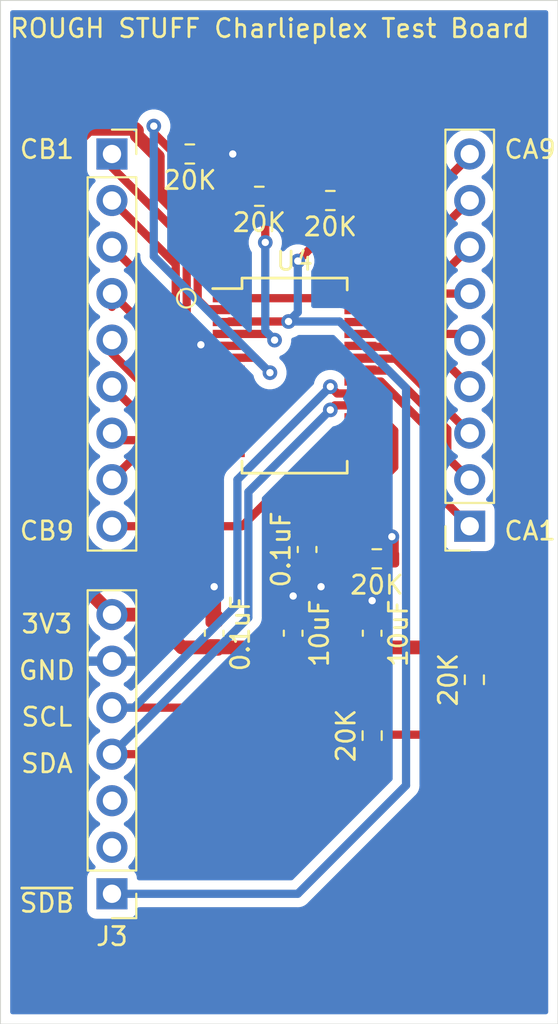
<source format=kicad_pcb>
(kicad_pcb (version 20171130) (host pcbnew "(5.1.12-1-10_14)")

  (general
    (thickness 1.6)
    (drawings 15)
    (tracks 176)
    (zones 0)
    (modules 14)
    (nets 31)
  )

  (page A4)
  (layers
    (0 F.Cu signal)
    (31 B.Cu signal)
    (32 B.Adhes user)
    (33 F.Adhes user)
    (34 B.Paste user)
    (35 F.Paste user)
    (36 B.SilkS user)
    (37 F.SilkS user)
    (38 B.Mask user)
    (39 F.Mask user)
    (40 Dwgs.User user)
    (41 Cmts.User user)
    (42 Eco1.User user)
    (43 Eco2.User user)
    (44 Edge.Cuts user)
    (45 Margin user)
    (46 B.CrtYd user)
    (47 F.CrtYd user)
    (48 B.Fab user)
    (49 F.Fab user)
  )

  (setup
    (last_trace_width 0.75)
    (user_trace_width 0.3)
    (user_trace_width 0.45)
    (user_trace_width 0.75)
    (trace_clearance 0.15)
    (zone_clearance 0.508)
    (zone_45_only no)
    (trace_min 0.15)
    (via_size 0.8)
    (via_drill 0.4)
    (via_min_size 0.4)
    (via_min_drill 0.3)
    (user_via 0.6 0.3)
    (uvia_size 0.3)
    (uvia_drill 0.1)
    (uvias_allowed no)
    (uvia_min_size 0.2)
    (uvia_min_drill 0.1)
    (edge_width 0.05)
    (segment_width 0.2)
    (pcb_text_width 0.3)
    (pcb_text_size 1.5 1.5)
    (mod_edge_width 0.12)
    (mod_text_size 1 1)
    (mod_text_width 0.15)
    (pad_size 1.524 1.524)
    (pad_drill 0.762)
    (pad_to_mask_clearance 0)
    (aux_axis_origin 0 0)
    (grid_origin 152.2 107.1)
    (visible_elements FFFFFF7F)
    (pcbplotparams
      (layerselection 0x010fc_ffffffff)
      (usegerberextensions false)
      (usegerberattributes false)
      (usegerberadvancedattributes true)
      (creategerberjobfile true)
      (excludeedgelayer true)
      (linewidth 0.100000)
      (plotframeref false)
      (viasonmask false)
      (mode 1)
      (useauxorigin false)
      (hpglpennumber 1)
      (hpglpenspeed 20)
      (hpglpendiameter 15.000000)
      (psnegative false)
      (psa4output false)
      (plotreference true)
      (plotvalue true)
      (plotinvisibletext false)
      (padsonsilk false)
      (subtractmaskfromsilk false)
      (outputformat 1)
      (mirror false)
      (drillshape 0)
      (scaleselection 1)
      (outputdirectory "charlieboard1"))
  )

  (net 0 "")
  (net 1 GND)
  (net 2 "Net-(C8-Pad1)")
  (net 3 +3V3)
  (net 4 /CA9)
  (net 5 /CA8)
  (net 6 /CA7)
  (net 7 /CA6)
  (net 8 /CA5)
  (net 9 /CA4)
  (net 10 /CA3)
  (net 11 /CA2)
  (net 12 /CA1)
  (net 13 /CB9)
  (net 14 /CB8)
  (net 15 /CB7)
  (net 16 /CB6)
  (net 17 /CB5)
  (net 18 /CB4)
  (net 19 /CB3)
  (net 20 /CB2)
  (net 21 /CB1)
  (net 22 /SCL)
  (net 23 /SDA)
  (net 24 "Net-(J3-Pad3)")
  (net 25 "Net-(J3-Pad2)")
  (net 26 /~SDB)
  (net 27 "Net-(R5-Pad1)")
  (net 28 "Net-(R6-Pad2)")
  (net 29 "Net-(R10-Pad1)")
  (net 30 "Net-(U4-Pad17)")

  (net_class Default "This is the default net class."
    (clearance 0.15)
    (trace_width 0.15)
    (via_dia 0.8)
    (via_drill 0.4)
    (uvia_dia 0.3)
    (uvia_drill 0.1)
    (add_net +3V3)
    (add_net /CA1)
    (add_net /CA2)
    (add_net /CA3)
    (add_net /CA4)
    (add_net /CA5)
    (add_net /CA6)
    (add_net /CA7)
    (add_net /CA8)
    (add_net /CA9)
    (add_net /CB1)
    (add_net /CB2)
    (add_net /CB3)
    (add_net /CB4)
    (add_net /CB5)
    (add_net /CB6)
    (add_net /CB7)
    (add_net /CB8)
    (add_net /CB9)
    (add_net /SCL)
    (add_net /SDA)
    (add_net /~SDB)
    (add_net GND)
    (add_net "Net-(C8-Pad1)")
    (add_net "Net-(J3-Pad2)")
    (add_net "Net-(J3-Pad3)")
    (add_net "Net-(R10-Pad1)")
    (add_net "Net-(R5-Pad1)")
    (add_net "Net-(R6-Pad2)")
    (add_net "Net-(U4-Pad17)")
  )

  (module Connector_PinSocket_2.54mm:PinSocket_1x09_P2.54mm_Vertical (layer F.Cu) (tedit 5A19A431) (tstamp 61BDAB1C)
    (at 153.216 85.002)
    (descr "Through hole straight socket strip, 1x09, 2.54mm pitch, single row (from Kicad 4.0.7), script generated")
    (tags "Through hole socket strip THT 1x09 2.54mm single row")
    (path /61D24332)
    (fp_text reference J2 (at 0 -2.77) (layer F.SilkS) hide
      (effects (font (size 1 1) (thickness 0.15)))
    )
    (fp_text value Conn_01x09_Female (at 0 23.09) (layer F.Fab) hide
      (effects (font (size 1 1) (thickness 0.15)))
    )
    (fp_text user %R (at 0 10.16 90) (layer F.Fab)
      (effects (font (size 1 1) (thickness 0.15)))
    )
    (fp_line (start -1.27 -1.27) (end 0.635 -1.27) (layer F.Fab) (width 0.1))
    (fp_line (start 0.635 -1.27) (end 1.27 -0.635) (layer F.Fab) (width 0.1))
    (fp_line (start 1.27 -0.635) (end 1.27 21.59) (layer F.Fab) (width 0.1))
    (fp_line (start 1.27 21.59) (end -1.27 21.59) (layer F.Fab) (width 0.1))
    (fp_line (start -1.27 21.59) (end -1.27 -1.27) (layer F.Fab) (width 0.1))
    (fp_line (start -1.33 1.27) (end 1.33 1.27) (layer F.SilkS) (width 0.12))
    (fp_line (start -1.33 1.27) (end -1.33 21.65) (layer F.SilkS) (width 0.12))
    (fp_line (start -1.33 21.65) (end 1.33 21.65) (layer F.SilkS) (width 0.12))
    (fp_line (start 1.33 1.27) (end 1.33 21.65) (layer F.SilkS) (width 0.12))
    (fp_line (start 1.33 -1.33) (end 1.33 0) (layer F.SilkS) (width 0.12))
    (fp_line (start 0 -1.33) (end 1.33 -1.33) (layer F.SilkS) (width 0.12))
    (fp_line (start -1.8 -1.8) (end 1.75 -1.8) (layer F.CrtYd) (width 0.05))
    (fp_line (start 1.75 -1.8) (end 1.75 22.1) (layer F.CrtYd) (width 0.05))
    (fp_line (start 1.75 22.1) (end -1.8 22.1) (layer F.CrtYd) (width 0.05))
    (fp_line (start -1.8 22.1) (end -1.8 -1.8) (layer F.CrtYd) (width 0.05))
    (pad 9 thru_hole oval (at 0 20.32) (size 1.7 1.7) (drill 1) (layers *.Cu *.Mask)
      (net 13 /CB9))
    (pad 8 thru_hole oval (at 0 17.78) (size 1.7 1.7) (drill 1) (layers *.Cu *.Mask)
      (net 14 /CB8))
    (pad 7 thru_hole oval (at 0 15.24) (size 1.7 1.7) (drill 1) (layers *.Cu *.Mask)
      (net 15 /CB7))
    (pad 6 thru_hole oval (at 0 12.7) (size 1.7 1.7) (drill 1) (layers *.Cu *.Mask)
      (net 16 /CB6))
    (pad 5 thru_hole oval (at 0 10.16) (size 1.7 1.7) (drill 1) (layers *.Cu *.Mask)
      (net 17 /CB5))
    (pad 4 thru_hole oval (at 0 7.62) (size 1.7 1.7) (drill 1) (layers *.Cu *.Mask)
      (net 18 /CB4))
    (pad 3 thru_hole oval (at 0 5.08) (size 1.7 1.7) (drill 1) (layers *.Cu *.Mask)
      (net 19 /CB3))
    (pad 2 thru_hole oval (at 0 2.54) (size 1.7 1.7) (drill 1) (layers *.Cu *.Mask)
      (net 20 /CB2))
    (pad 1 thru_hole rect (at 0 0) (size 1.7 1.7) (drill 1) (layers *.Cu *.Mask)
      (net 21 /CB1))
    (model ${KISYS3DMOD}/Connector_PinSocket_2.54mm.3dshapes/PinSocket_1x09_P2.54mm_Vertical.wrl
      (at (xyz 0 0 0))
      (scale (xyz 1 1 1))
      (rotate (xyz 0 0 0))
    )
  )

  (module Connector_PinSocket_2.54mm:PinSocket_1x09_P2.54mm_Vertical (layer F.Cu) (tedit 5A19A431) (tstamp 61BDAAFF)
    (at 172.774 105.322 180)
    (descr "Through hole straight socket strip, 1x09, 2.54mm pitch, single row (from Kicad 4.0.7), script generated")
    (tags "Through hole socket strip THT 1x09 2.54mm single row")
    (path /61D2356D)
    (fp_text reference J1 (at 0 23.114) (layer F.SilkS) hide
      (effects (font (size 1 1) (thickness 0.15)))
    )
    (fp_text value Conn_01x09_Female (at 0 23.09) (layer F.Fab) hide
      (effects (font (size 1 1) (thickness 0.15)))
    )
    (fp_text user %R (at 0 10.16 90) (layer F.Fab)
      (effects (font (size 1 1) (thickness 0.15)))
    )
    (fp_line (start -1.27 -1.27) (end 0.635 -1.27) (layer F.Fab) (width 0.1))
    (fp_line (start 0.635 -1.27) (end 1.27 -0.635) (layer F.Fab) (width 0.1))
    (fp_line (start 1.27 -0.635) (end 1.27 21.59) (layer F.Fab) (width 0.1))
    (fp_line (start 1.27 21.59) (end -1.27 21.59) (layer F.Fab) (width 0.1))
    (fp_line (start -1.27 21.59) (end -1.27 -1.27) (layer F.Fab) (width 0.1))
    (fp_line (start -1.33 1.27) (end 1.33 1.27) (layer F.SilkS) (width 0.12))
    (fp_line (start -1.33 1.27) (end -1.33 21.65) (layer F.SilkS) (width 0.12))
    (fp_line (start -1.33 21.65) (end 1.33 21.65) (layer F.SilkS) (width 0.12))
    (fp_line (start 1.33 1.27) (end 1.33 21.65) (layer F.SilkS) (width 0.12))
    (fp_line (start 1.33 -1.33) (end 1.33 0) (layer F.SilkS) (width 0.12))
    (fp_line (start 0 -1.33) (end 1.33 -1.33) (layer F.SilkS) (width 0.12))
    (fp_line (start -1.8 -1.8) (end 1.75 -1.8) (layer F.CrtYd) (width 0.05))
    (fp_line (start 1.75 -1.8) (end 1.75 22.1) (layer F.CrtYd) (width 0.05))
    (fp_line (start 1.75 22.1) (end -1.8 22.1) (layer F.CrtYd) (width 0.05))
    (fp_line (start -1.8 22.1) (end -1.8 -1.8) (layer F.CrtYd) (width 0.05))
    (pad 9 thru_hole oval (at 0 20.32 180) (size 1.7 1.7) (drill 1) (layers *.Cu *.Mask)
      (net 4 /CA9))
    (pad 8 thru_hole oval (at 0 17.78 180) (size 1.7 1.7) (drill 1) (layers *.Cu *.Mask)
      (net 5 /CA8))
    (pad 7 thru_hole oval (at 0 15.24 180) (size 1.7 1.7) (drill 1) (layers *.Cu *.Mask)
      (net 6 /CA7))
    (pad 6 thru_hole oval (at 0 12.7 180) (size 1.7 1.7) (drill 1) (layers *.Cu *.Mask)
      (net 7 /CA6))
    (pad 5 thru_hole oval (at 0 10.16 180) (size 1.7 1.7) (drill 1) (layers *.Cu *.Mask)
      (net 8 /CA5))
    (pad 4 thru_hole oval (at 0 7.62 180) (size 1.7 1.7) (drill 1) (layers *.Cu *.Mask)
      (net 9 /CA4))
    (pad 3 thru_hole oval (at 0 5.08 180) (size 1.7 1.7) (drill 1) (layers *.Cu *.Mask)
      (net 10 /CA3))
    (pad 2 thru_hole oval (at 0 2.54 180) (size 1.7 1.7) (drill 1) (layers *.Cu *.Mask)
      (net 11 /CA2))
    (pad 1 thru_hole rect (at 0 0 180) (size 1.7 1.7) (drill 1) (layers *.Cu *.Mask)
      (net 12 /CA1))
    (model ${KISYS3DMOD}/Connector_PinSocket_2.54mm.3dshapes/PinSocket_1x09_P2.54mm_Vertical.wrl
      (at (xyz 0 0 0))
      (scale (xyz 1 1 1))
      (rotate (xyz 0 0 0))
    )
  )

  (module Package_SO:SSOP-28_5.3x10.2mm_P0.65mm (layer F.Cu) (tedit 5A02F25C) (tstamp 61BDA341)
    (at 163.2 97.1)
    (descr "28-Lead Plastic Shrink Small Outline (SS)-5.30 mm Body [SSOP] (see Microchip Packaging Specification 00000049BS.pdf)")
    (tags "SSOP 0.65")
    (path /61C85BBC)
    (attr smd)
    (fp_text reference U4 (at 0 -6.25) (layer F.SilkS)
      (effects (font (size 1 1) (thickness 0.15)))
    )
    (fp_text value IS31FL3731-SALS2 (at 0 6.25) (layer F.Fab)
      (effects (font (size 1 1) (thickness 0.15)))
    )
    (fp_text user %R (at 0 0) (layer F.Fab)
      (effects (font (size 0.8 0.8) (thickness 0.15)))
    )
    (fp_line (start -1.65 -5.1) (end 2.65 -5.1) (layer F.Fab) (width 0.15))
    (fp_line (start 2.65 -5.1) (end 2.65 5.1) (layer F.Fab) (width 0.15))
    (fp_line (start 2.65 5.1) (end -2.65 5.1) (layer F.Fab) (width 0.15))
    (fp_line (start -2.65 5.1) (end -2.65 -4.1) (layer F.Fab) (width 0.15))
    (fp_line (start -2.65 -4.1) (end -1.65 -5.1) (layer F.Fab) (width 0.15))
    (fp_line (start -4.75 -5.5) (end -4.75 5.5) (layer F.CrtYd) (width 0.05))
    (fp_line (start 4.75 -5.5) (end 4.75 5.5) (layer F.CrtYd) (width 0.05))
    (fp_line (start -4.75 -5.5) (end 4.75 -5.5) (layer F.CrtYd) (width 0.05))
    (fp_line (start -4.75 5.5) (end 4.75 5.5) (layer F.CrtYd) (width 0.05))
    (fp_line (start -2.875 -5.325) (end -2.875 -4.75) (layer F.SilkS) (width 0.15))
    (fp_line (start 2.875 -5.325) (end 2.875 -4.675) (layer F.SilkS) (width 0.15))
    (fp_line (start 2.875 5.325) (end 2.875 4.675) (layer F.SilkS) (width 0.15))
    (fp_line (start -2.875 5.325) (end -2.875 4.675) (layer F.SilkS) (width 0.15))
    (fp_line (start -2.875 -5.325) (end 2.875 -5.325) (layer F.SilkS) (width 0.15))
    (fp_line (start -2.875 5.325) (end 2.875 5.325) (layer F.SilkS) (width 0.15))
    (fp_line (start -2.875 -4.75) (end -4.475 -4.75) (layer F.SilkS) (width 0.15))
    (pad 28 smd rect (at 3.6 -4.225) (size 1.75 0.45) (layers F.Cu F.Paste F.Mask)
      (net 5 /CA8))
    (pad 27 smd rect (at 3.6 -3.575) (size 1.75 0.45) (layers F.Cu F.Paste F.Mask)
      (net 6 /CA7))
    (pad 26 smd rect (at 3.6 -2.925) (size 1.75 0.45) (layers F.Cu F.Paste F.Mask)
      (net 7 /CA6))
    (pad 25 smd rect (at 3.6 -2.275) (size 1.75 0.45) (layers F.Cu F.Paste F.Mask)
      (net 8 /CA5))
    (pad 24 smd rect (at 3.6 -1.625) (size 1.75 0.45) (layers F.Cu F.Paste F.Mask)
      (net 9 /CA4))
    (pad 23 smd rect (at 3.6 -0.975) (size 1.75 0.45) (layers F.Cu F.Paste F.Mask)
      (net 10 /CA3))
    (pad 22 smd rect (at 3.6 -0.325) (size 1.75 0.45) (layers F.Cu F.Paste F.Mask)
      (net 11 /CA2))
    (pad 21 smd rect (at 3.6 0.325) (size 1.75 0.45) (layers F.Cu F.Paste F.Mask)
      (net 12 /CA1))
    (pad 20 smd rect (at 3.6 0.975) (size 1.75 0.45) (layers F.Cu F.Paste F.Mask)
      (net 22 /SCL))
    (pad 19 smd rect (at 3.6 1.625) (size 1.75 0.45) (layers F.Cu F.Paste F.Mask)
      (net 23 /SDA))
    (pad 18 smd rect (at 3.6 2.275) (size 1.75 0.45) (layers F.Cu F.Paste F.Mask)
      (net 29 "Net-(R10-Pad1)"))
    (pad 17 smd rect (at 3.6 2.925) (size 1.75 0.45) (layers F.Cu F.Paste F.Mask)
      (net 30 "Net-(U4-Pad17)"))
    (pad 16 smd rect (at 3.6 3.575) (size 1.75 0.45) (layers F.Cu F.Paste F.Mask)
      (net 2 "Net-(C8-Pad1)"))
    (pad 15 smd rect (at 3.6 4.225) (size 1.75 0.45) (layers F.Cu F.Paste F.Mask)
      (net 13 /CB9))
    (pad 14 smd rect (at -3.6 4.225) (size 1.75 0.45) (layers F.Cu F.Paste F.Mask)
      (net 14 /CB8))
    (pad 13 smd rect (at -3.6 3.575) (size 1.75 0.45) (layers F.Cu F.Paste F.Mask)
      (net 15 /CB7))
    (pad 12 smd rect (at -3.6 2.925) (size 1.75 0.45) (layers F.Cu F.Paste F.Mask)
      (net 16 /CB6))
    (pad 11 smd rect (at -3.6 2.275) (size 1.75 0.45) (layers F.Cu F.Paste F.Mask)
      (net 17 /CB5))
    (pad 10 smd rect (at -3.6 1.625) (size 1.75 0.45) (layers F.Cu F.Paste F.Mask)
      (net 18 /CB4))
    (pad 9 smd rect (at -3.6 0.975) (size 1.75 0.45) (layers F.Cu F.Paste F.Mask)
      (net 19 /CB3))
    (pad 8 smd rect (at -3.6 0.325) (size 1.75 0.45) (layers F.Cu F.Paste F.Mask)
      (net 20 /CB2))
    (pad 7 smd rect (at -3.6 -0.325) (size 1.75 0.45) (layers F.Cu F.Paste F.Mask)
      (net 21 /CB1))
    (pad 6 smd rect (at -3.6 -0.975) (size 1.75 0.45) (layers F.Cu F.Paste F.Mask)
      (net 27 "Net-(R5-Pad1)"))
    (pad 5 smd rect (at -3.6 -1.625) (size 1.75 0.45) (layers F.Cu F.Paste F.Mask)
      (net 1 GND))
    (pad 4 smd rect (at -3.6 -2.275) (size 1.75 0.45) (layers F.Cu F.Paste F.Mask)
      (net 28 "Net-(R6-Pad2)"))
    (pad 3 smd rect (at -3.6 -2.925) (size 1.75 0.45) (layers F.Cu F.Paste F.Mask)
      (net 26 /~SDB))
    (pad 2 smd rect (at -3.6 -3.575) (size 1.75 0.45) (layers F.Cu F.Paste F.Mask)
      (net 3 +3V3))
    (pad 1 smd rect (at -3.6 -4.225) (size 1.75 0.45) (layers F.Cu F.Paste F.Mask)
      (net 4 /CA9))
    (model ${KISYS3DMOD}/Package_SO.3dshapes/SSOP-28_5.3x10.2mm_P0.65mm.wrl
      (at (xyz 0 0 0))
      (scale (xyz 1 1 1))
      (rotate (xyz 0 0 0))
    )
  )

  (module Resistor_SMD:R_0603_1608Metric (layer F.Cu) (tedit 5F68FEEE) (tstamp 61BDB9BA)
    (at 167.694 107.1)
    (descr "Resistor SMD 0603 (1608 Metric), square (rectangular) end terminal, IPC_7351 nominal, (Body size source: IPC-SM-782 page 72, https://www.pcb-3d.com/wordpress/wp-content/uploads/ipc-sm-782a_amendment_1_and_2.pdf), generated with kicad-footprint-generator")
    (tags resistor)
    (path /61D1B313)
    (attr smd)
    (fp_text reference R10 (at 0 -1.43) (layer F.SilkS) hide
      (effects (font (size 1 1) (thickness 0.15)))
    )
    (fp_text value 20K (at 0 1.43) (layer F.SilkS)
      (effects (font (size 1 1) (thickness 0.15)))
    )
    (fp_text user %R (at 0 0) (layer F.Fab)
      (effects (font (size 0.4 0.4) (thickness 0.06)))
    )
    (fp_line (start -0.8 0.4125) (end -0.8 -0.4125) (layer F.Fab) (width 0.1))
    (fp_line (start -0.8 -0.4125) (end 0.8 -0.4125) (layer F.Fab) (width 0.1))
    (fp_line (start 0.8 -0.4125) (end 0.8 0.4125) (layer F.Fab) (width 0.1))
    (fp_line (start 0.8 0.4125) (end -0.8 0.4125) (layer F.Fab) (width 0.1))
    (fp_line (start -0.237258 -0.5225) (end 0.237258 -0.5225) (layer F.SilkS) (width 0.12))
    (fp_line (start -0.237258 0.5225) (end 0.237258 0.5225) (layer F.SilkS) (width 0.12))
    (fp_line (start -1.48 0.73) (end -1.48 -0.73) (layer F.CrtYd) (width 0.05))
    (fp_line (start -1.48 -0.73) (end 1.48 -0.73) (layer F.CrtYd) (width 0.05))
    (fp_line (start 1.48 -0.73) (end 1.48 0.73) (layer F.CrtYd) (width 0.05))
    (fp_line (start 1.48 0.73) (end -1.48 0.73) (layer F.CrtYd) (width 0.05))
    (pad 2 smd roundrect (at 0.825 0) (size 0.8 0.95) (layers F.Cu F.Paste F.Mask) (roundrect_rratio 0.25)
      (net 1 GND))
    (pad 1 smd roundrect (at -0.825 0) (size 0.8 0.95) (layers F.Cu F.Paste F.Mask) (roundrect_rratio 0.25)
      (net 29 "Net-(R10-Pad1)"))
    (model ${KISYS3DMOD}/Resistor_SMD.3dshapes/R_0603_1608Metric.wrl
      (at (xyz 0 0 0))
      (scale (xyz 1 1 1))
      (rotate (xyz 0 0 0))
    )
  )

  (module Resistor_SMD:R_0603_1608Metric (layer F.Cu) (tedit 5F68FEEE) (tstamp 61BDA2FF)
    (at 167.44 116.752 270)
    (descr "Resistor SMD 0603 (1608 Metric), square (rectangular) end terminal, IPC_7351 nominal, (Body size source: IPC-SM-782 page 72, https://www.pcb-3d.com/wordpress/wp-content/uploads/ipc-sm-782a_amendment_1_and_2.pdf), generated with kicad-footprint-generator")
    (tags resistor)
    (path /61D505B8)
    (attr smd)
    (fp_text reference R9 (at 0 -1.43 90) (layer F.SilkS) hide
      (effects (font (size 1 1) (thickness 0.15)))
    )
    (fp_text value 20K (at 0 1.43 90) (layer F.SilkS)
      (effects (font (size 1 1) (thickness 0.15)))
    )
    (fp_text user %R (at 0 0 90) (layer F.Fab)
      (effects (font (size 0.4 0.4) (thickness 0.06)))
    )
    (fp_line (start -0.8 0.4125) (end -0.8 -0.4125) (layer F.Fab) (width 0.1))
    (fp_line (start -0.8 -0.4125) (end 0.8 -0.4125) (layer F.Fab) (width 0.1))
    (fp_line (start 0.8 -0.4125) (end 0.8 0.4125) (layer F.Fab) (width 0.1))
    (fp_line (start 0.8 0.4125) (end -0.8 0.4125) (layer F.Fab) (width 0.1))
    (fp_line (start -0.237258 -0.5225) (end 0.237258 -0.5225) (layer F.SilkS) (width 0.12))
    (fp_line (start -0.237258 0.5225) (end 0.237258 0.5225) (layer F.SilkS) (width 0.12))
    (fp_line (start -1.48 0.73) (end -1.48 -0.73) (layer F.CrtYd) (width 0.05))
    (fp_line (start -1.48 -0.73) (end 1.48 -0.73) (layer F.CrtYd) (width 0.05))
    (fp_line (start 1.48 -0.73) (end 1.48 0.73) (layer F.CrtYd) (width 0.05))
    (fp_line (start 1.48 0.73) (end -1.48 0.73) (layer F.CrtYd) (width 0.05))
    (pad 2 smd roundrect (at 0.825 0 270) (size 0.8 0.95) (layers F.Cu F.Paste F.Mask) (roundrect_rratio 0.25)
      (net 23 /SDA))
    (pad 1 smd roundrect (at -0.825 0 270) (size 0.8 0.95) (layers F.Cu F.Paste F.Mask) (roundrect_rratio 0.25)
      (net 3 +3V3))
    (model ${KISYS3DMOD}/Resistor_SMD.3dshapes/R_0603_1608Metric.wrl
      (at (xyz 0 0 0))
      (scale (xyz 1 1 1))
      (rotate (xyz 0 0 0))
    )
  )

  (module Resistor_SMD:R_0603_1608Metric (layer F.Cu) (tedit 5F68FEEE) (tstamp 61BDA2EE)
    (at 173.028 113.704 270)
    (descr "Resistor SMD 0603 (1608 Metric), square (rectangular) end terminal, IPC_7351 nominal, (Body size source: IPC-SM-782 page 72, https://www.pcb-3d.com/wordpress/wp-content/uploads/ipc-sm-782a_amendment_1_and_2.pdf), generated with kicad-footprint-generator")
    (tags resistor)
    (path /61D4FDD1)
    (attr smd)
    (fp_text reference R8 (at 0 -1.43 90) (layer F.SilkS) hide
      (effects (font (size 1 1) (thickness 0.15)))
    )
    (fp_text value 20K (at 0 1.43 90) (layer F.SilkS)
      (effects (font (size 1 1) (thickness 0.15)))
    )
    (fp_text user %R (at 0 0 90) (layer F.Fab)
      (effects (font (size 0.4 0.4) (thickness 0.06)))
    )
    (fp_line (start -0.8 0.4125) (end -0.8 -0.4125) (layer F.Fab) (width 0.1))
    (fp_line (start -0.8 -0.4125) (end 0.8 -0.4125) (layer F.Fab) (width 0.1))
    (fp_line (start 0.8 -0.4125) (end 0.8 0.4125) (layer F.Fab) (width 0.1))
    (fp_line (start 0.8 0.4125) (end -0.8 0.4125) (layer F.Fab) (width 0.1))
    (fp_line (start -0.237258 -0.5225) (end 0.237258 -0.5225) (layer F.SilkS) (width 0.12))
    (fp_line (start -0.237258 0.5225) (end 0.237258 0.5225) (layer F.SilkS) (width 0.12))
    (fp_line (start -1.48 0.73) (end -1.48 -0.73) (layer F.CrtYd) (width 0.05))
    (fp_line (start -1.48 -0.73) (end 1.48 -0.73) (layer F.CrtYd) (width 0.05))
    (fp_line (start 1.48 -0.73) (end 1.48 0.73) (layer F.CrtYd) (width 0.05))
    (fp_line (start 1.48 0.73) (end -1.48 0.73) (layer F.CrtYd) (width 0.05))
    (pad 2 smd roundrect (at 0.825 0 270) (size 0.8 0.95) (layers F.Cu F.Paste F.Mask) (roundrect_rratio 0.25)
      (net 22 /SCL))
    (pad 1 smd roundrect (at -0.825 0 270) (size 0.8 0.95) (layers F.Cu F.Paste F.Mask) (roundrect_rratio 0.25)
      (net 3 +3V3))
    (model ${KISYS3DMOD}/Resistor_SMD.3dshapes/R_0603_1608Metric.wrl
      (at (xyz 0 0 0))
      (scale (xyz 1 1 1))
      (rotate (xyz 0 0 0))
    )
  )

  (module Resistor_SMD:R_0603_1608Metric (layer F.Cu) (tedit 5F68FEEE) (tstamp 61BDA2DD)
    (at 165.154 87.542)
    (descr "Resistor SMD 0603 (1608 Metric), square (rectangular) end terminal, IPC_7351 nominal, (Body size source: IPC-SM-782 page 72, https://www.pcb-3d.com/wordpress/wp-content/uploads/ipc-sm-782a_amendment_1_and_2.pdf), generated with kicad-footprint-generator")
    (tags resistor)
    (path /61D09E85)
    (attr smd)
    (fp_text reference R7 (at 0 -1.43) (layer F.SilkS) hide
      (effects (font (size 1 1) (thickness 0.15)))
    )
    (fp_text value 20K (at 0 1.43) (layer F.SilkS)
      (effects (font (size 1 1) (thickness 0.15)))
    )
    (fp_text user %R (at 0 0) (layer F.Fab)
      (effects (font (size 0.4 0.4) (thickness 0.06)))
    )
    (fp_line (start -0.8 0.4125) (end -0.8 -0.4125) (layer F.Fab) (width 0.1))
    (fp_line (start -0.8 -0.4125) (end 0.8 -0.4125) (layer F.Fab) (width 0.1))
    (fp_line (start 0.8 -0.4125) (end 0.8 0.4125) (layer F.Fab) (width 0.1))
    (fp_line (start 0.8 0.4125) (end -0.8 0.4125) (layer F.Fab) (width 0.1))
    (fp_line (start -0.237258 -0.5225) (end 0.237258 -0.5225) (layer F.SilkS) (width 0.12))
    (fp_line (start -0.237258 0.5225) (end 0.237258 0.5225) (layer F.SilkS) (width 0.12))
    (fp_line (start -1.48 0.73) (end -1.48 -0.73) (layer F.CrtYd) (width 0.05))
    (fp_line (start -1.48 -0.73) (end 1.48 -0.73) (layer F.CrtYd) (width 0.05))
    (fp_line (start 1.48 -0.73) (end 1.48 0.73) (layer F.CrtYd) (width 0.05))
    (fp_line (start 1.48 0.73) (end -1.48 0.73) (layer F.CrtYd) (width 0.05))
    (pad 2 smd roundrect (at 0.825 0) (size 0.8 0.95) (layers F.Cu F.Paste F.Mask) (roundrect_rratio 0.25)
      (net 26 /~SDB))
    (pad 1 smd roundrect (at -0.825 0) (size 0.8 0.95) (layers F.Cu F.Paste F.Mask) (roundrect_rratio 0.25)
      (net 3 +3V3))
    (model ${KISYS3DMOD}/Resistor_SMD.3dshapes/R_0603_1608Metric.wrl
      (at (xyz 0 0 0))
      (scale (xyz 1 1 1))
      (rotate (xyz 0 0 0))
    )
  )

  (module Resistor_SMD:R_0603_1608Metric (layer F.Cu) (tedit 5F68FEEE) (tstamp 61BDA2CC)
    (at 161.27 87.31)
    (descr "Resistor SMD 0603 (1608 Metric), square (rectangular) end terminal, IPC_7351 nominal, (Body size source: IPC-SM-782 page 72, https://www.pcb-3d.com/wordpress/wp-content/uploads/ipc-sm-782a_amendment_1_and_2.pdf), generated with kicad-footprint-generator")
    (tags resistor)
    (path /61E0D6A6)
    (attr smd)
    (fp_text reference R6 (at 0 -1.43) (layer F.SilkS) hide
      (effects (font (size 1 1) (thickness 0.15)))
    )
    (fp_text value 20K (at 0 1.43) (layer F.SilkS)
      (effects (font (size 1 1) (thickness 0.15)))
    )
    (fp_text user %R (at 0 0) (layer F.Fab)
      (effects (font (size 0.4 0.4) (thickness 0.06)))
    )
    (fp_line (start -0.8 0.4125) (end -0.8 -0.4125) (layer F.Fab) (width 0.1))
    (fp_line (start -0.8 -0.4125) (end 0.8 -0.4125) (layer F.Fab) (width 0.1))
    (fp_line (start 0.8 -0.4125) (end 0.8 0.4125) (layer F.Fab) (width 0.1))
    (fp_line (start 0.8 0.4125) (end -0.8 0.4125) (layer F.Fab) (width 0.1))
    (fp_line (start -0.237258 -0.5225) (end 0.237258 -0.5225) (layer F.SilkS) (width 0.12))
    (fp_line (start -0.237258 0.5225) (end 0.237258 0.5225) (layer F.SilkS) (width 0.12))
    (fp_line (start -1.48 0.73) (end -1.48 -0.73) (layer F.CrtYd) (width 0.05))
    (fp_line (start -1.48 -0.73) (end 1.48 -0.73) (layer F.CrtYd) (width 0.05))
    (fp_line (start 1.48 -0.73) (end 1.48 0.73) (layer F.CrtYd) (width 0.05))
    (fp_line (start 1.48 0.73) (end -1.48 0.73) (layer F.CrtYd) (width 0.05))
    (pad 2 smd roundrect (at 0.825 0) (size 0.8 0.95) (layers F.Cu F.Paste F.Mask) (roundrect_rratio 0.25)
      (net 28 "Net-(R6-Pad2)"))
    (pad 1 smd roundrect (at -0.825 0) (size 0.8 0.95) (layers F.Cu F.Paste F.Mask) (roundrect_rratio 0.25)
      (net 3 +3V3))
    (model ${KISYS3DMOD}/Resistor_SMD.3dshapes/R_0603_1608Metric.wrl
      (at (xyz 0 0 0))
      (scale (xyz 1 1 1))
      (rotate (xyz 0 0 0))
    )
  )

  (module Resistor_SMD:R_0603_1608Metric (layer F.Cu) (tedit 5F68FEEE) (tstamp 61BDA2BB)
    (at 157.471 85.002)
    (descr "Resistor SMD 0603 (1608 Metric), square (rectangular) end terminal, IPC_7351 nominal, (Body size source: IPC-SM-782 page 72, https://www.pcb-3d.com/wordpress/wp-content/uploads/ipc-sm-782a_amendment_1_and_2.pdf), generated with kicad-footprint-generator")
    (tags resistor)
    (path /61CD7684)
    (attr smd)
    (fp_text reference R5 (at 0 -1.43) (layer F.SilkS) hide
      (effects (font (size 1 1) (thickness 0.15)))
    )
    (fp_text value 20K (at 0 1.43) (layer F.SilkS)
      (effects (font (size 1 1) (thickness 0.15)))
    )
    (fp_text user %R (at 0 0) (layer F.Fab)
      (effects (font (size 0.4 0.4) (thickness 0.06)))
    )
    (fp_line (start -0.8 0.4125) (end -0.8 -0.4125) (layer F.Fab) (width 0.1))
    (fp_line (start -0.8 -0.4125) (end 0.8 -0.4125) (layer F.Fab) (width 0.1))
    (fp_line (start 0.8 -0.4125) (end 0.8 0.4125) (layer F.Fab) (width 0.1))
    (fp_line (start 0.8 0.4125) (end -0.8 0.4125) (layer F.Fab) (width 0.1))
    (fp_line (start -0.237258 -0.5225) (end 0.237258 -0.5225) (layer F.SilkS) (width 0.12))
    (fp_line (start -0.237258 0.5225) (end 0.237258 0.5225) (layer F.SilkS) (width 0.12))
    (fp_line (start -1.48 0.73) (end -1.48 -0.73) (layer F.CrtYd) (width 0.05))
    (fp_line (start -1.48 -0.73) (end 1.48 -0.73) (layer F.CrtYd) (width 0.05))
    (fp_line (start 1.48 -0.73) (end 1.48 0.73) (layer F.CrtYd) (width 0.05))
    (fp_line (start 1.48 0.73) (end -1.48 0.73) (layer F.CrtYd) (width 0.05))
    (pad 2 smd roundrect (at 0.825 0) (size 0.8 0.95) (layers F.Cu F.Paste F.Mask) (roundrect_rratio 0.25)
      (net 1 GND))
    (pad 1 smd roundrect (at -0.825 0) (size 0.8 0.95) (layers F.Cu F.Paste F.Mask) (roundrect_rratio 0.25)
      (net 27 "Net-(R5-Pad1)"))
    (model ${KISYS3DMOD}/Resistor_SMD.3dshapes/R_0603_1608Metric.wrl
      (at (xyz 0 0 0))
      (scale (xyz 1 1 1))
      (rotate (xyz 0 0 0))
    )
  )

  (module Connector_PinHeader_2.54mm:PinHeader_1x07_P2.54mm_Vertical (layer F.Cu) (tedit 59FED5CC) (tstamp 61BDA2AA)
    (at 153.216 125.388 180)
    (descr "Through hole straight pin header, 1x07, 2.54mm pitch, single row")
    (tags "Through hole pin header THT 1x07 2.54mm single row")
    (path /61D2220B)
    (fp_text reference J3 (at 0 -2.33) (layer F.SilkS)
      (effects (font (size 1 1) (thickness 0.15)))
    )
    (fp_text value Conn_01x07_Female (at 0 17.57) (layer F.Fab) hide
      (effects (font (size 1 1) (thickness 0.15)))
    )
    (fp_text user %R (at 0 7.62 90) (layer F.Fab)
      (effects (font (size 1 1) (thickness 0.15)))
    )
    (fp_line (start -0.635 -1.27) (end 1.27 -1.27) (layer F.Fab) (width 0.1))
    (fp_line (start 1.27 -1.27) (end 1.27 16.51) (layer F.Fab) (width 0.1))
    (fp_line (start 1.27 16.51) (end -1.27 16.51) (layer F.Fab) (width 0.1))
    (fp_line (start -1.27 16.51) (end -1.27 -0.635) (layer F.Fab) (width 0.1))
    (fp_line (start -1.27 -0.635) (end -0.635 -1.27) (layer F.Fab) (width 0.1))
    (fp_line (start -1.33 16.57) (end 1.33 16.57) (layer F.SilkS) (width 0.12))
    (fp_line (start -1.33 1.27) (end -1.33 16.57) (layer F.SilkS) (width 0.12))
    (fp_line (start 1.33 1.27) (end 1.33 16.57) (layer F.SilkS) (width 0.12))
    (fp_line (start -1.33 1.27) (end 1.33 1.27) (layer F.SilkS) (width 0.12))
    (fp_line (start -1.33 0) (end -1.33 -1.33) (layer F.SilkS) (width 0.12))
    (fp_line (start -1.33 -1.33) (end 0 -1.33) (layer F.SilkS) (width 0.12))
    (fp_line (start -1.8 -1.8) (end -1.8 17.05) (layer F.CrtYd) (width 0.05))
    (fp_line (start -1.8 17.05) (end 1.8 17.05) (layer F.CrtYd) (width 0.05))
    (fp_line (start 1.8 17.05) (end 1.8 -1.8) (layer F.CrtYd) (width 0.05))
    (fp_line (start 1.8 -1.8) (end -1.8 -1.8) (layer F.CrtYd) (width 0.05))
    (pad 7 thru_hole oval (at 0 15.24 180) (size 1.7 1.7) (drill 1) (layers *.Cu *.Mask)
      (net 3 +3V3))
    (pad 6 thru_hole oval (at 0 12.7 180) (size 1.7 1.7) (drill 1) (layers *.Cu *.Mask)
      (net 1 GND))
    (pad 5 thru_hole oval (at 0 10.16 180) (size 1.7 1.7) (drill 1) (layers *.Cu *.Mask)
      (net 22 /SCL))
    (pad 4 thru_hole oval (at 0 7.62 180) (size 1.7 1.7) (drill 1) (layers *.Cu *.Mask)
      (net 23 /SDA))
    (pad 3 thru_hole oval (at 0 5.08 180) (size 1.7 1.7) (drill 1) (layers *.Cu *.Mask)
      (net 24 "Net-(J3-Pad3)"))
    (pad 2 thru_hole oval (at 0 2.54 180) (size 1.7 1.7) (drill 1) (layers *.Cu *.Mask)
      (net 25 "Net-(J3-Pad2)"))
    (pad 1 thru_hole rect (at 0 0 180) (size 1.7 1.7) (drill 1) (layers *.Cu *.Mask)
      (net 26 /~SDB))
    (model ${KISYS3DMOD}/Connector_PinHeader_2.54mm.3dshapes/PinHeader_1x07_P2.54mm_Vertical.wrl
      (at (xyz 0 0 0))
      (scale (xyz 1 1 1))
      (rotate (xyz 0 0 0))
    )
  )

  (module Capacitor_SMD:C_0603_1608Metric (layer F.Cu) (tedit 5F68FEEE) (tstamp 61BDA255)
    (at 167.44 111.164 90)
    (descr "Capacitor SMD 0603 (1608 Metric), square (rectangular) end terminal, IPC_7351 nominal, (Body size source: IPC-SM-782 page 76, https://www.pcb-3d.com/wordpress/wp-content/uploads/ipc-sm-782a_amendment_1_and_2.pdf), generated with kicad-footprint-generator")
    (tags capacitor)
    (path /61DA87A2)
    (attr smd)
    (fp_text reference C11 (at 0 -1.43 90) (layer F.SilkS) hide
      (effects (font (size 1 1) (thickness 0.15)))
    )
    (fp_text value 10uF (at 0 1.43 90) (layer F.SilkS)
      (effects (font (size 1 1) (thickness 0.15)))
    )
    (fp_text user %R (at 0 0 90) (layer F.Fab)
      (effects (font (size 0.4 0.4) (thickness 0.06)))
    )
    (fp_line (start -0.8 0.4) (end -0.8 -0.4) (layer F.Fab) (width 0.1))
    (fp_line (start -0.8 -0.4) (end 0.8 -0.4) (layer F.Fab) (width 0.1))
    (fp_line (start 0.8 -0.4) (end 0.8 0.4) (layer F.Fab) (width 0.1))
    (fp_line (start 0.8 0.4) (end -0.8 0.4) (layer F.Fab) (width 0.1))
    (fp_line (start -0.14058 -0.51) (end 0.14058 -0.51) (layer F.SilkS) (width 0.12))
    (fp_line (start -0.14058 0.51) (end 0.14058 0.51) (layer F.SilkS) (width 0.12))
    (fp_line (start -1.48 0.73) (end -1.48 -0.73) (layer F.CrtYd) (width 0.05))
    (fp_line (start -1.48 -0.73) (end 1.48 -0.73) (layer F.CrtYd) (width 0.05))
    (fp_line (start 1.48 -0.73) (end 1.48 0.73) (layer F.CrtYd) (width 0.05))
    (fp_line (start 1.48 0.73) (end -1.48 0.73) (layer F.CrtYd) (width 0.05))
    (pad 2 smd roundrect (at 0.775 0 90) (size 0.9 0.95) (layers F.Cu F.Paste F.Mask) (roundrect_rratio 0.25)
      (net 1 GND))
    (pad 1 smd roundrect (at -0.775 0 90) (size 0.9 0.95) (layers F.Cu F.Paste F.Mask) (roundrect_rratio 0.25)
      (net 3 +3V3))
    (model ${KISYS3DMOD}/Capacitor_SMD.3dshapes/C_0603_1608Metric.wrl
      (at (xyz 0 0 0))
      (scale (xyz 1 1 1))
      (rotate (xyz 0 0 0))
    )
  )

  (module Capacitor_SMD:C_0603_1608Metric (layer F.Cu) (tedit 5F68FEEE) (tstamp 61BDA244)
    (at 163.122 111.164 90)
    (descr "Capacitor SMD 0603 (1608 Metric), square (rectangular) end terminal, IPC_7351 nominal, (Body size source: IPC-SM-782 page 76, https://www.pcb-3d.com/wordpress/wp-content/uploads/ipc-sm-782a_amendment_1_and_2.pdf), generated with kicad-footprint-generator")
    (tags capacitor)
    (path /61DA83D4)
    (attr smd)
    (fp_text reference C10 (at 0 -1.43 90) (layer F.SilkS) hide
      (effects (font (size 1 1) (thickness 0.15)))
    )
    (fp_text value 10uF (at 0 1.43 90) (layer F.SilkS)
      (effects (font (size 1 1) (thickness 0.15)))
    )
    (fp_text user %R (at 0 0 90) (layer F.Fab)
      (effects (font (size 0.4 0.4) (thickness 0.06)))
    )
    (fp_line (start -0.8 0.4) (end -0.8 -0.4) (layer F.Fab) (width 0.1))
    (fp_line (start -0.8 -0.4) (end 0.8 -0.4) (layer F.Fab) (width 0.1))
    (fp_line (start 0.8 -0.4) (end 0.8 0.4) (layer F.Fab) (width 0.1))
    (fp_line (start 0.8 0.4) (end -0.8 0.4) (layer F.Fab) (width 0.1))
    (fp_line (start -0.14058 -0.51) (end 0.14058 -0.51) (layer F.SilkS) (width 0.12))
    (fp_line (start -0.14058 0.51) (end 0.14058 0.51) (layer F.SilkS) (width 0.12))
    (fp_line (start -1.48 0.73) (end -1.48 -0.73) (layer F.CrtYd) (width 0.05))
    (fp_line (start -1.48 -0.73) (end 1.48 -0.73) (layer F.CrtYd) (width 0.05))
    (fp_line (start 1.48 -0.73) (end 1.48 0.73) (layer F.CrtYd) (width 0.05))
    (fp_line (start 1.48 0.73) (end -1.48 0.73) (layer F.CrtYd) (width 0.05))
    (pad 2 smd roundrect (at 0.775 0 90) (size 0.9 0.95) (layers F.Cu F.Paste F.Mask) (roundrect_rratio 0.25)
      (net 1 GND))
    (pad 1 smd roundrect (at -0.775 0 90) (size 0.9 0.95) (layers F.Cu F.Paste F.Mask) (roundrect_rratio 0.25)
      (net 3 +3V3))
    (model ${KISYS3DMOD}/Capacitor_SMD.3dshapes/C_0603_1608Metric.wrl
      (at (xyz 0 0 0))
      (scale (xyz 1 1 1))
      (rotate (xyz 0 0 0))
    )
  )

  (module Capacitor_SMD:C_0603_1608Metric (layer F.Cu) (tedit 5F68FEEE) (tstamp 61BDA233)
    (at 158.804 111.164 90)
    (descr "Capacitor SMD 0603 (1608 Metric), square (rectangular) end terminal, IPC_7351 nominal, (Body size source: IPC-SM-782 page 76, https://www.pcb-3d.com/wordpress/wp-content/uploads/ipc-sm-782a_amendment_1_and_2.pdf), generated with kicad-footprint-generator")
    (tags capacitor)
    (path /61DA7B44)
    (attr smd)
    (fp_text reference C9 (at 0 -1.43 90) (layer F.SilkS) hide
      (effects (font (size 1 1) (thickness 0.15)))
    )
    (fp_text value 0.1uF (at 0 1.43 90) (layer F.SilkS)
      (effects (font (size 1 1) (thickness 0.15)))
    )
    (fp_text user %R (at 0 0 90) (layer F.Fab)
      (effects (font (size 0.4 0.4) (thickness 0.06)))
    )
    (fp_line (start -0.8 0.4) (end -0.8 -0.4) (layer F.Fab) (width 0.1))
    (fp_line (start -0.8 -0.4) (end 0.8 -0.4) (layer F.Fab) (width 0.1))
    (fp_line (start 0.8 -0.4) (end 0.8 0.4) (layer F.Fab) (width 0.1))
    (fp_line (start 0.8 0.4) (end -0.8 0.4) (layer F.Fab) (width 0.1))
    (fp_line (start -0.14058 -0.51) (end 0.14058 -0.51) (layer F.SilkS) (width 0.12))
    (fp_line (start -0.14058 0.51) (end 0.14058 0.51) (layer F.SilkS) (width 0.12))
    (fp_line (start -1.48 0.73) (end -1.48 -0.73) (layer F.CrtYd) (width 0.05))
    (fp_line (start -1.48 -0.73) (end 1.48 -0.73) (layer F.CrtYd) (width 0.05))
    (fp_line (start 1.48 -0.73) (end 1.48 0.73) (layer F.CrtYd) (width 0.05))
    (fp_line (start 1.48 0.73) (end -1.48 0.73) (layer F.CrtYd) (width 0.05))
    (pad 2 smd roundrect (at 0.775 0 90) (size 0.9 0.95) (layers F.Cu F.Paste F.Mask) (roundrect_rratio 0.25)
      (net 1 GND))
    (pad 1 smd roundrect (at -0.775 0 90) (size 0.9 0.95) (layers F.Cu F.Paste F.Mask) (roundrect_rratio 0.25)
      (net 3 +3V3))
    (model ${KISYS3DMOD}/Capacitor_SMD.3dshapes/C_0603_1608Metric.wrl
      (at (xyz 0 0 0))
      (scale (xyz 1 1 1))
      (rotate (xyz 0 0 0))
    )
  )

  (module Capacitor_SMD:C_0603_1608Metric (layer F.Cu) (tedit 5F68FEEE) (tstamp 61BDA222)
    (at 163.884 106.592 270)
    (descr "Capacitor SMD 0603 (1608 Metric), square (rectangular) end terminal, IPC_7351 nominal, (Body size source: IPC-SM-782 page 76, https://www.pcb-3d.com/wordpress/wp-content/uploads/ipc-sm-782a_amendment_1_and_2.pdf), generated with kicad-footprint-generator")
    (tags capacitor)
    (path /61CF9309)
    (attr smd)
    (fp_text reference C8 (at 0 -1.43 90) (layer F.SilkS) hide
      (effects (font (size 1 1) (thickness 0.15)))
    )
    (fp_text value 0.1uF (at 0 1.43 90) (layer F.SilkS)
      (effects (font (size 1 1) (thickness 0.15)))
    )
    (fp_text user %R (at 0 0 90) (layer F.Fab)
      (effects (font (size 0.4 0.4) (thickness 0.06)))
    )
    (fp_line (start -0.8 0.4) (end -0.8 -0.4) (layer F.Fab) (width 0.1))
    (fp_line (start -0.8 -0.4) (end 0.8 -0.4) (layer F.Fab) (width 0.1))
    (fp_line (start 0.8 -0.4) (end 0.8 0.4) (layer F.Fab) (width 0.1))
    (fp_line (start 0.8 0.4) (end -0.8 0.4) (layer F.Fab) (width 0.1))
    (fp_line (start -0.14058 -0.51) (end 0.14058 -0.51) (layer F.SilkS) (width 0.12))
    (fp_line (start -0.14058 0.51) (end 0.14058 0.51) (layer F.SilkS) (width 0.12))
    (fp_line (start -1.48 0.73) (end -1.48 -0.73) (layer F.CrtYd) (width 0.05))
    (fp_line (start -1.48 -0.73) (end 1.48 -0.73) (layer F.CrtYd) (width 0.05))
    (fp_line (start 1.48 -0.73) (end 1.48 0.73) (layer F.CrtYd) (width 0.05))
    (fp_line (start 1.48 0.73) (end -1.48 0.73) (layer F.CrtYd) (width 0.05))
    (pad 2 smd roundrect (at 0.775 0 270) (size 0.9 0.95) (layers F.Cu F.Paste F.Mask) (roundrect_rratio 0.25)
      (net 1 GND))
    (pad 1 smd roundrect (at -0.775 0 270) (size 0.9 0.95) (layers F.Cu F.Paste F.Mask) (roundrect_rratio 0.25)
      (net 2 "Net-(C8-Pad1)"))
    (model ${KISYS3DMOD}/Capacitor_SMD.3dshapes/C_0603_1608Metric.wrl
      (at (xyz 0 0 0))
      (scale (xyz 1 1 1))
      (rotate (xyz 0 0 0))
    )
  )

  (gr_circle (center 157.28 92.876) (end 157.788 92.876) (layer F.SilkS) (width 0.12))
  (gr_text CA1 (at 176.076 105.576) (layer F.SilkS)
    (effects (font (size 1 1) (thickness 0.15)))
  )
  (gr_text CA9 (at 176.076 84.748) (layer F.SilkS)
    (effects (font (size 1 1) (thickness 0.15)))
  )
  (gr_text CB9 (at 149.66 105.576) (layer F.SilkS)
    (effects (font (size 1 1) (thickness 0.15)))
  )
  (gr_text CB1 (at 149.66 84.748) (layer F.SilkS)
    (effects (font (size 1 1) (thickness 0.15)))
  )
  (gr_text ~SDB (at 149.66 125.896) (layer F.SilkS) (tstamp 61BDBEB4)
    (effects (font (size 1 1) (thickness 0.15)))
  )
  (gr_text SDA (at 149.66 118.276) (layer F.SilkS)
    (effects (font (size 1 1) (thickness 0.15)))
  )
  (gr_text SCL (at 149.66 115.736) (layer F.SilkS)
    (effects (font (size 1 1) (thickness 0.15)))
  )
  (gr_text GND (at 149.66 113.196) (layer F.SilkS)
    (effects (font (size 1 1) (thickness 0.15)))
  )
  (gr_text 3V3 (at 149.66 110.656) (layer F.SilkS)
    (effects (font (size 1 1) (thickness 0.15)))
  )
  (gr_text "ROUGH STUFF Charlieplex Test Board" (at 161.852 78.144) (layer F.SilkS)
    (effects (font (size 1 1) (thickness 0.15)))
  )
  (gr_line (start 147.12 132.5) (end 147.12 76.62) (layer Edge.Cuts) (width 0.05) (tstamp 61BDBB0D))
  (gr_line (start 177.6 132.5) (end 147.12 132.5) (layer Edge.Cuts) (width 0.05))
  (gr_line (start 177.6 76.62) (end 177.6 132.5) (layer Edge.Cuts) (width 0.05))
  (gr_line (start 147.12 76.62) (end 177.6 76.62) (layer Edge.Cuts) (width 0.05))

  (via (at 158.804 108.624) (size 0.8) (drill 0.4) (layers F.Cu B.Cu) (net 1))
  (via (at 163.122 109.132) (size 0.8) (drill 0.4) (layers F.Cu B.Cu) (net 1))
  (via (at 164.646 108.624) (size 0.8) (drill 0.4) (layers F.Cu B.Cu) (net 1))
  (via (at 167.44 109.386) (size 0.8) (drill 0.4) (layers F.Cu B.Cu) (net 1))
  (via (at 168.519 105.893) (size 0.8) (drill 0.4) (layers F.Cu B.Cu) (net 1))
  (segment (start 158.804 110.389) (end 158.804 108.624) (width 0.75) (layer F.Cu) (net 1))
  (segment (start 163.122 110.389) (end 163.122 109.386) (width 0.75) (layer F.Cu) (net 1))
  (segment (start 163.122 109.386) (end 163.122 109.132) (width 0.45) (layer F.Cu) (net 1))
  (segment (start 163.884 107.862) (end 164.646 108.624) (width 0.75) (layer F.Cu) (net 1))
  (segment (start 163.884 107.367) (end 163.884 107.862) (width 0.75) (layer F.Cu) (net 1))
  (segment (start 167.44 110.389) (end 167.44 109.386) (width 0.75) (layer F.Cu) (net 1))
  (segment (start 168.519 107.1) (end 168.519 105.893) (width 0.75) (layer F.Cu) (net 1))
  (via (at 159.82 85.002) (size 0.8) (drill 0.4) (layers F.Cu B.Cu) (net 1))
  (segment (start 158.296 85.002) (end 159.82 85.002) (width 0.75) (layer F.Cu) (net 1))
  (via (at 158.07703 95.416) (size 0.8) (drill 0.4) (layers F.Cu B.Cu) (net 1))
  (segment (start 158.13603 95.475) (end 158.07703 95.416) (width 0.45) (layer F.Cu) (net 1))
  (segment (start 159.6 95.475) (end 158.13603 95.475) (width 0.45) (layer F.Cu) (net 1))
  (segment (start 167.925002 100.675) (end 166.8 100.675) (width 0.45) (layer F.Cu) (net 2))
  (segment (start 167.325999 101.925001) (end 167.975001 101.925001) (width 0.45) (layer F.Cu) (net 2))
  (segment (start 168.050001 101.850001) (end 168.050001 100.799999) (width 0.45) (layer F.Cu) (net 2))
  (segment (start 167.975001 101.925001) (end 168.050001 101.850001) (width 0.45) (layer F.Cu) (net 2))
  (segment (start 163.884 105.367) (end 167.325999 101.925001) (width 0.45) (layer F.Cu) (net 2))
  (segment (start 168.050001 100.799999) (end 167.925002 100.675) (width 0.45) (layer F.Cu) (net 2))
  (segment (start 163.884 105.817) (end 163.884 105.367) (width 0.45) (layer F.Cu) (net 2))
  (segment (start 153.216 110.148) (end 155.248 110.148) (width 0.75) (layer F.Cu) (net 3))
  (segment (start 157.039 111.939) (end 158.804 111.939) (width 0.75) (layer F.Cu) (net 3))
  (segment (start 155.248 110.148) (end 157.039 111.939) (width 0.75) (layer F.Cu) (net 3))
  (segment (start 158.804 111.939) (end 163.122 111.939) (width 0.75) (layer F.Cu) (net 3))
  (segment (start 163.122 111.939) (end 167.44 111.939) (width 0.75) (layer F.Cu) (net 3))
  (segment (start 172.088 111.939) (end 173.028 112.879) (width 0.75) (layer F.Cu) (net 3))
  (segment (start 167.44 111.939) (end 172.088 111.939) (width 0.75) (layer F.Cu) (net 3))
  (segment (start 167.44 111.939) (end 167.44 115.927) (width 0.75) (layer F.Cu) (net 3))
  (segment (start 159.6 93.47501) (end 158.425008 93.47501) (width 0.45) (layer F.Cu) (net 3))
  (segment (start 158.425008 93.47501) (end 157.90204 92.952042) (width 0.45) (layer F.Cu) (net 3))
  (segment (start 159.6 93.525) (end 159.6 93.47501) (width 0.45) (layer F.Cu) (net 3))
  (segment (start 160.394906 87.360094) (end 160.445 87.31) (width 0.75) (layer F.Cu) (net 3))
  (segment (start 157.715906 87.360094) (end 160.394906 87.360094) (width 0.75) (layer F.Cu) (net 3))
  (segment (start 157.90204 87.546228) (end 157.715906 87.360094) (width 0.45) (layer F.Cu) (net 3))
  (segment (start 163.09699 86.30999) (end 164.329 87.542) (width 0.75) (layer F.Cu) (net 3))
  (segment (start 160.97001 86.30999) (end 163.09699 86.30999) (width 0.75) (layer F.Cu) (net 3))
  (segment (start 160.445 86.835) (end 160.97001 86.30999) (width 0.75) (layer F.Cu) (net 3))
  (segment (start 160.445 87.31) (end 160.445 86.835) (width 0.75) (layer F.Cu) (net 3))
  (segment (start 153.216 110.148) (end 150.676 107.608) (width 0.75) (layer F.Cu) (net 3))
  (segment (start 154.576999 83.993673) (end 155.72099 85.137664) (width 0.75) (layer F.Cu) (net 3))
  (segment (start 154.486001 83.626999) (end 154.576999 83.717997) (width 0.75) (layer F.Cu) (net 3))
  (segment (start 151.945999 83.626999) (end 154.486001 83.626999) (width 0.75) (layer F.Cu) (net 3))
  (segment (start 155.72099 85.137664) (end 155.72099 87.02491) (width 0.75) (layer F.Cu) (net 3))
  (segment (start 150.676 84.896998) (end 151.945999 83.626999) (width 0.75) (layer F.Cu) (net 3))
  (segment (start 150.676 107.608) (end 150.676 84.896998) (width 0.75) (layer F.Cu) (net 3))
  (segment (start 154.576999 83.717997) (end 154.576999 83.993673) (width 0.75) (layer F.Cu) (net 3))
  (segment (start 157.90204 89.20596) (end 157.90204 87.546228) (width 0.45) (layer F.Cu) (net 3))
  (segment (start 157.90204 92.952042) (end 157.90204 89.20596) (width 0.45) (layer F.Cu) (net 3))
  (segment (start 157.715906 88.376094) (end 157.39404 88.69796) (width 0.75) (layer F.Cu) (net 3))
  (segment (start 157.715906 87.360094) (end 157.715906 88.376094) (width 0.75) (layer F.Cu) (net 3))
  (segment (start 157.39404 88.69796) (end 157.90204 89.20596) (width 0.75) (layer F.Cu) (net 3))
  (segment (start 155.72099 87.02491) (end 157.39404 88.69796) (width 0.75) (layer F.Cu) (net 3))
  (segment (start 172.774 85.125998) (end 172.774 85.002) (width 0.45) (layer F.Cu) (net 4))
  (segment (start 165.024998 92.875) (end 172.774 85.125998) (width 0.45) (layer F.Cu) (net 4))
  (segment (start 159.6 92.875) (end 165.024998 92.875) (width 0.45) (layer F.Cu) (net 4))
  (segment (start 167.441 92.875) (end 172.774 87.542) (width 0.45) (layer F.Cu) (net 5))
  (segment (start 166.8 92.875) (end 167.441 92.875) (width 0.45) (layer F.Cu) (net 5))
  (segment (start 169.380999 93.475001) (end 172.774 90.082) (width 0.45) (layer F.Cu) (net 6))
  (segment (start 166.868999 93.475001) (end 169.380999 93.475001) (width 0.45) (layer F.Cu) (net 6))
  (segment (start 166.819 93.525) (end 166.868999 93.475001) (width 0.45) (layer F.Cu) (net 6))
  (segment (start 166.8 93.525) (end 166.819 93.525) (width 0.45) (layer F.Cu) (net 6))
  (segment (start 171.082542 92.622) (end 172.774 92.622) (width 0.45) (layer F.Cu) (net 7))
  (segment (start 169.529542 94.175) (end 171.082542 92.622) (width 0.45) (layer F.Cu) (net 7))
  (segment (start 166.8 94.175) (end 169.529542 94.175) (width 0.45) (layer F.Cu) (net 7))
  (segment (start 172.437 94.825) (end 172.774 95.162) (width 0.45) (layer F.Cu) (net 8))
  (segment (start 166.8 94.825) (end 172.437 94.825) (width 0.45) (layer F.Cu) (net 8))
  (segment (start 170.596999 95.524999) (end 172.774 97.702) (width 0.45) (layer F.Cu) (net 9))
  (segment (start 167.040999 95.524999) (end 170.596999 95.524999) (width 0.45) (layer F.Cu) (net 9))
  (segment (start 166.991 95.475) (end 167.040999 95.524999) (width 0.45) (layer F.Cu) (net 9))
  (segment (start 166.8 95.475) (end 166.991 95.475) (width 0.45) (layer F.Cu) (net 9))
  (segment (start 166.928999 96.174999) (end 168.706999 96.174999) (width 0.45) (layer F.Cu) (net 10))
  (segment (start 168.706999 96.174999) (end 172.774 100.242) (width 0.45) (layer F.Cu) (net 10))
  (segment (start 166.879 96.125) (end 166.928999 96.174999) (width 0.45) (layer F.Cu) (net 10))
  (segment (start 166.8 96.125) (end 166.879 96.125) (width 0.45) (layer F.Cu) (net 10))
  (segment (start 171.548999 101.556999) (end 172.774 102.782) (width 0.45) (layer F.Cu) (net 11))
  (segment (start 168.340999 96.824999) (end 171.548999 100.032999) (width 0.45) (layer F.Cu) (net 11))
  (segment (start 171.548999 100.032999) (end 171.548999 101.556999) (width 0.45) (layer F.Cu) (net 11))
  (segment (start 167.578999 96.824999) (end 168.340999 96.824999) (width 0.45) (layer F.Cu) (net 11))
  (segment (start 167.529 96.775) (end 167.578999 96.824999) (width 0.45) (layer F.Cu) (net 11))
  (segment (start 166.8 96.775) (end 167.529 96.775) (width 0.45) (layer F.Cu) (net 11))
  (segment (start 170.948989 103.496989) (end 172.774 105.322) (width 0.45) (layer F.Cu) (net 12))
  (segment (start 170.948989 100.448987) (end 170.948989 103.496989) (width 0.45) (layer F.Cu) (net 12))
  (segment (start 167.925002 97.425) (end 170.948989 100.448987) (width 0.45) (layer F.Cu) (net 12))
  (segment (start 166.8 97.425) (end 167.925002 97.425) (width 0.45) (layer F.Cu) (net 12))
  (segment (start 166.8 101.325) (end 164.325 101.325) (width 0.45) (layer F.Cu) (net 13))
  (segment (start 160.328 105.322) (end 153.216 105.322) (width 0.45) (layer F.Cu) (net 13))
  (segment (start 164.325 101.325) (end 160.328 105.322) (width 0.45) (layer F.Cu) (net 13))
  (segment (start 154.673 101.325) (end 153.216 102.782) (width 0.45) (layer F.Cu) (net 14))
  (segment (start 159.6 101.325) (end 154.673 101.325) (width 0.45) (layer F.Cu) (net 14))
  (segment (start 159.441001 100.625001) (end 153.599001 100.625001) (width 0.45) (layer F.Cu) (net 15))
  (segment (start 159.491 100.675) (end 159.441001 100.625001) (width 0.45) (layer F.Cu) (net 15))
  (segment (start 153.599001 100.625001) (end 153.216 100.242) (width 0.45) (layer F.Cu) (net 15))
  (segment (start 159.6 100.675) (end 159.491 100.675) (width 0.45) (layer F.Cu) (net 15))
  (segment (start 155.539 100.025) (end 153.216 97.702) (width 0.45) (layer F.Cu) (net 16))
  (segment (start 159.6 100.025) (end 155.539 100.025) (width 0.45) (layer F.Cu) (net 16))
  (segment (start 153.216 95.888998) (end 153.216 95.162) (width 0.45) (layer F.Cu) (net 17))
  (segment (start 156.702002 99.375) (end 153.216 95.888998) (width 0.45) (layer F.Cu) (net 17))
  (segment (start 159.6 99.375) (end 156.702002 99.375) (width 0.45) (layer F.Cu) (net 17))
  (segment (start 153.216 93.348998) (end 153.216 92.622) (width 0.45) (layer F.Cu) (net 18))
  (segment (start 159.6 98.725) (end 157.000524 98.725) (width 0.45) (layer F.Cu) (net 18))
  (segment (start 157.000524 98.725) (end 155.502 97.226476) (width 0.45) (layer F.Cu) (net 18))
  (segment (start 155.502 94.908) (end 153.216 92.622) (width 0.45) (layer F.Cu) (net 18))
  (segment (start 155.502 97.226476) (end 155.502 94.908) (width 0.45) (layer F.Cu) (net 18))
  (segment (start 159.6 98.075) (end 157.32999 98.075) (width 0.45) (layer F.Cu) (net 19))
  (segment (start 156.10201 92.96801) (end 153.216 90.082) (width 0.45) (layer F.Cu) (net 19))
  (segment (start 156.10201 96.84702) (end 156.10201 92.96801) (width 0.45) (layer F.Cu) (net 19))
  (segment (start 157.32999 98.075) (end 156.10201 96.84702) (width 0.45) (layer F.Cu) (net 19))
  (segment (start 157.765 97.425) (end 156.70202 96.36202) (width 0.45) (layer F.Cu) (net 20))
  (segment (start 159.6 97.425) (end 157.765 97.425) (width 0.45) (layer F.Cu) (net 20))
  (segment (start 156.70202 91.02802) (end 153.216 87.542) (width 0.45) (layer F.Cu) (net 20))
  (segment (start 156.70202 96.36202) (end 156.70202 91.02802) (width 0.45) (layer F.Cu) (net 20))
  (segment (start 157.30203 96.113488) (end 158.013532 96.82499) (width 0.45) (layer F.Cu) (net 21))
  (segment (start 157.30203 89.815028) (end 157.30203 96.113488) (width 0.45) (layer F.Cu) (net 21))
  (segment (start 153.216 85.728998) (end 157.30203 89.815028) (width 0.45) (layer F.Cu) (net 21))
  (segment (start 153.216 85.002) (end 153.216 85.728998) (width 0.45) (layer F.Cu) (net 21))
  (segment (start 158.715 96.775) (end 159.6 96.775) (width 0.45) (layer F.Cu) (net 21))
  (segment (start 158.66501 96.82499) (end 158.715 96.775) (width 0.45) (layer F.Cu) (net 21))
  (segment (start 158.013532 96.82499) (end 158.66501 96.82499) (width 0.45) (layer F.Cu) (net 21))
  (segment (start 166.926822 116.70201) (end 170.85499 116.70201) (width 0.45) (layer F.Cu) (net 22))
  (segment (start 170.85499 116.70201) (end 173.028 114.529) (width 0.45) (layer F.Cu) (net 22))
  (segment (start 165.452812 115.228) (end 166.926822 116.70201) (width 0.45) (layer F.Cu) (net 22))
  (segment (start 153.216 115.228) (end 165.452812 115.228) (width 0.45) (layer F.Cu) (net 22))
  (via (at 165.154 97.702) (size 0.8) (drill 0.4) (layers F.Cu B.Cu) (net 22))
  (segment (start 165.527 98.075) (end 165.154 97.702) (width 0.45) (layer F.Cu) (net 22))
  (segment (start 166.8 98.075) (end 165.527 98.075) (width 0.45) (layer F.Cu) (net 22))
  (segment (start 160.074 109.572081) (end 154.418081 115.228) (width 0.45) (layer B.Cu) (net 22))
  (segment (start 160.074 102.782) (end 160.074 109.572081) (width 0.45) (layer B.Cu) (net 22))
  (segment (start 154.418081 115.228) (end 153.216 115.228) (width 0.45) (layer B.Cu) (net 22))
  (segment (start 165.154 97.702) (end 160.074 102.782) (width 0.45) (layer B.Cu) (net 22))
  (segment (start 167.249 117.768) (end 167.44 117.577) (width 0.45) (layer F.Cu) (net 23))
  (segment (start 153.216 117.768) (end 167.249 117.768) (width 0.45) (layer F.Cu) (net 23))
  (via (at 165.154 98.972) (size 0.8) (drill 0.4) (layers F.Cu B.Cu) (net 23))
  (segment (start 165.401 98.725) (end 165.154 98.972) (width 0.45) (layer F.Cu) (net 23))
  (segment (start 166.8 98.725) (end 165.401 98.725) (width 0.45) (layer F.Cu) (net 23))
  (segment (start 160.67401 110.30999) (end 153.216 117.768) (width 0.45) (layer B.Cu) (net 23))
  (segment (start 160.67401 103.45199) (end 160.67401 110.30999) (width 0.45) (layer B.Cu) (net 23))
  (segment (start 165.154 98.972) (end 160.67401 103.45199) (width 0.45) (layer B.Cu) (net 23))
  (via (at 163.376 90.844) (size 0.8) (drill 0.4) (layers F.Cu B.Cu) (net 26))
  (segment (start 165.979 88.241) (end 163.376 90.844) (width 0.45) (layer F.Cu) (net 26))
  (segment (start 165.979 87.542) (end 165.979 88.241) (width 0.45) (layer F.Cu) (net 26))
  (via (at 162.868 94.146) (size 0.8) (drill 0.4) (layers F.Cu B.Cu) (net 26))
  (segment (start 163.376 93.638) (end 162.868 94.146) (width 0.45) (layer B.Cu) (net 26))
  (segment (start 163.376 90.844) (end 163.376 93.638) (width 0.45) (layer B.Cu) (net 26))
  (segment (start 159.629 94.146) (end 159.6 94.175) (width 0.45) (layer F.Cu) (net 26))
  (segment (start 162.868 94.146) (end 159.629 94.146) (width 0.45) (layer F.Cu) (net 26))
  (segment (start 162.868 94.146) (end 165.662 94.146) (width 0.45) (layer B.Cu) (net 26))
  (segment (start 169.294001 97.778001) (end 169.294001 119.469999) (width 0.45) (layer B.Cu) (net 26))
  (segment (start 165.662 94.146) (end 169.294001 97.778001) (width 0.45) (layer B.Cu) (net 26))
  (segment (start 163.376 125.388) (end 153.216 125.388) (width 0.45) (layer B.Cu) (net 26))
  (segment (start 169.294001 119.469999) (end 163.376 125.388) (width 0.45) (layer B.Cu) (net 26))
  (via (at 161.852 96.94) (size 0.8) (drill 0.4) (layers F.Cu B.Cu) (net 27))
  (segment (start 161.037 96.125) (end 161.852 96.94) (width 0.45) (layer F.Cu) (net 27))
  (segment (start 159.6 96.125) (end 161.037 96.125) (width 0.45) (layer F.Cu) (net 27))
  (via (at 155.502 83.478) (size 0.8) (drill 0.4) (layers F.Cu B.Cu) (net 27))
  (segment (start 155.502 90.59) (end 155.502 83.478) (width 0.45) (layer B.Cu) (net 27))
  (segment (start 161.852 96.94) (end 155.502 90.59) (width 0.45) (layer B.Cu) (net 27))
  (segment (start 155.502 83.858) (end 156.646 85.002) (width 0.45) (layer F.Cu) (net 27))
  (segment (start 155.502 83.478) (end 155.502 83.858) (width 0.45) (layer F.Cu) (net 27))
  (via (at 162.106 95.162) (size 0.8) (drill 0.4) (layers F.Cu B.Cu) (net 28))
  (segment (start 161.769 94.825) (end 162.106 95.162) (width 0.45) (layer F.Cu) (net 28))
  (segment (start 159.6 94.825) (end 161.769 94.825) (width 0.45) (layer F.Cu) (net 28))
  (via (at 161.598 89.828) (size 0.8) (drill 0.4) (layers F.Cu B.Cu) (net 28))
  (segment (start 161.598 94.654) (end 161.598 89.828) (width 0.45) (layer B.Cu) (net 28))
  (segment (start 162.106 95.162) (end 161.598 94.654) (width 0.45) (layer B.Cu) (net 28))
  (segment (start 161.598 87.807) (end 162.095 87.31) (width 0.45) (layer F.Cu) (net 28))
  (segment (start 161.598 89.828) (end 161.598 87.807) (width 0.45) (layer F.Cu) (net 28))
  (segment (start 167.975001 99.424999) (end 166.849999 99.424999) (width 0.45) (layer F.Cu) (net 29))
  (segment (start 166.849999 99.424999) (end 166.8 99.375) (width 0.45) (layer F.Cu) (net 29))
  (segment (start 168.650011 100.100009) (end 167.975001 99.424999) (width 0.45) (layer F.Cu) (net 29))
  (segment (start 168.650011 102.098533) (end 168.650011 100.100009) (width 0.45) (layer F.Cu) (net 29))
  (segment (start 166.869 103.879544) (end 168.650011 102.098533) (width 0.45) (layer F.Cu) (net 29))
  (segment (start 166.869 107.1) (end 166.869 103.879544) (width 0.45) (layer F.Cu) (net 29))

  (zone (net 1) (net_name GND) (layer B.Cu) (tstamp 61BDC04F) (hatch edge 0.508)
    (connect_pads (clearance 0.508))
    (min_thickness 0.254)
    (fill yes (arc_segments 32) (thermal_gap 0.508) (thermal_bridge_width 0.508))
    (polygon
      (pts
        (xy 177.6 132.5) (xy 147.12 132.5) (xy 147.12 76.62) (xy 177.6 76.62)
      )
    )
    (filled_polygon
      (pts
        (xy 176.940001 131.84) (xy 147.78 131.84) (xy 147.78 110.00174) (xy 151.731 110.00174) (xy 151.731 110.29426)
        (xy 151.788068 110.581158) (xy 151.90001 110.851411) (xy 152.062525 111.094632) (xy 152.269368 111.301475) (xy 152.451534 111.423195)
        (xy 152.334645 111.492822) (xy 152.118412 111.687731) (xy 151.944359 111.92108) (xy 151.819175 112.183901) (xy 151.774524 112.33111)
        (xy 151.895845 112.561) (xy 153.089 112.561) (xy 153.089 112.541) (xy 153.343 112.541) (xy 153.343 112.561)
        (xy 154.536155 112.561) (xy 154.657476 112.33111) (xy 154.612825 112.183901) (xy 154.487641 111.92108) (xy 154.313588 111.687731)
        (xy 154.097355 111.492822) (xy 153.980466 111.423195) (xy 154.162632 111.301475) (xy 154.369475 111.094632) (xy 154.53199 110.851411)
        (xy 154.643932 110.581158) (xy 154.701 110.29426) (xy 154.701 110.00174) (xy 154.643932 109.714842) (xy 154.53199 109.444589)
        (xy 154.369475 109.201368) (xy 154.162632 108.994525) (xy 153.919411 108.83201) (xy 153.649158 108.720068) (xy 153.36226 108.663)
        (xy 153.06974 108.663) (xy 152.782842 108.720068) (xy 152.512589 108.83201) (xy 152.269368 108.994525) (xy 152.062525 109.201368)
        (xy 151.90001 109.444589) (xy 151.788068 109.714842) (xy 151.731 110.00174) (xy 147.78 110.00174) (xy 147.78 84.152)
        (xy 151.727928 84.152) (xy 151.727928 85.852) (xy 151.740188 85.976482) (xy 151.776498 86.09618) (xy 151.835463 86.206494)
        (xy 151.914815 86.303185) (xy 152.011506 86.382537) (xy 152.12182 86.441502) (xy 152.19438 86.463513) (xy 152.062525 86.595368)
        (xy 151.90001 86.838589) (xy 151.788068 87.108842) (xy 151.731 87.39574) (xy 151.731 87.68826) (xy 151.788068 87.975158)
        (xy 151.90001 88.245411) (xy 152.062525 88.488632) (xy 152.269368 88.695475) (xy 152.44376 88.812) (xy 152.269368 88.928525)
        (xy 152.062525 89.135368) (xy 151.90001 89.378589) (xy 151.788068 89.648842) (xy 151.731 89.93574) (xy 151.731 90.22826)
        (xy 151.788068 90.515158) (xy 151.90001 90.785411) (xy 152.062525 91.028632) (xy 152.269368 91.235475) (xy 152.44376 91.352)
        (xy 152.269368 91.468525) (xy 152.062525 91.675368) (xy 151.90001 91.918589) (xy 151.788068 92.188842) (xy 151.731 92.47574)
        (xy 151.731 92.76826) (xy 151.788068 93.055158) (xy 151.90001 93.325411) (xy 152.062525 93.568632) (xy 152.269368 93.775475)
        (xy 152.44376 93.892) (xy 152.269368 94.008525) (xy 152.062525 94.215368) (xy 151.90001 94.458589) (xy 151.788068 94.728842)
        (xy 151.731 95.01574) (xy 151.731 95.30826) (xy 151.788068 95.595158) (xy 151.90001 95.865411) (xy 152.062525 96.108632)
        (xy 152.269368 96.315475) (xy 152.44376 96.432) (xy 152.269368 96.548525) (xy 152.062525 96.755368) (xy 151.90001 96.998589)
        (xy 151.788068 97.268842) (xy 151.731 97.55574) (xy 151.731 97.84826) (xy 151.788068 98.135158) (xy 151.90001 98.405411)
        (xy 152.062525 98.648632) (xy 152.269368 98.855475) (xy 152.44376 98.972) (xy 152.269368 99.088525) (xy 152.062525 99.295368)
        (xy 151.90001 99.538589) (xy 151.788068 99.808842) (xy 151.731 100.09574) (xy 151.731 100.38826) (xy 151.788068 100.675158)
        (xy 151.90001 100.945411) (xy 152.062525 101.188632) (xy 152.269368 101.395475) (xy 152.44376 101.512) (xy 152.269368 101.628525)
        (xy 152.062525 101.835368) (xy 151.90001 102.078589) (xy 151.788068 102.348842) (xy 151.731 102.63574) (xy 151.731 102.92826)
        (xy 151.788068 103.215158) (xy 151.90001 103.485411) (xy 152.062525 103.728632) (xy 152.269368 103.935475) (xy 152.44376 104.052)
        (xy 152.269368 104.168525) (xy 152.062525 104.375368) (xy 151.90001 104.618589) (xy 151.788068 104.888842) (xy 151.731 105.17574)
        (xy 151.731 105.46826) (xy 151.788068 105.755158) (xy 151.90001 106.025411) (xy 152.062525 106.268632) (xy 152.269368 106.475475)
        (xy 152.512589 106.63799) (xy 152.782842 106.749932) (xy 153.06974 106.807) (xy 153.36226 106.807) (xy 153.649158 106.749932)
        (xy 153.919411 106.63799) (xy 154.162632 106.475475) (xy 154.369475 106.268632) (xy 154.53199 106.025411) (xy 154.643932 105.755158)
        (xy 154.701 105.46826) (xy 154.701 105.17574) (xy 154.643932 104.888842) (xy 154.53199 104.618589) (xy 154.369475 104.375368)
        (xy 154.162632 104.168525) (xy 153.98824 104.052) (xy 154.162632 103.935475) (xy 154.369475 103.728632) (xy 154.53199 103.485411)
        (xy 154.643932 103.215158) (xy 154.701 102.92826) (xy 154.701 102.63574) (xy 154.643932 102.348842) (xy 154.53199 102.078589)
        (xy 154.369475 101.835368) (xy 154.162632 101.628525) (xy 153.98824 101.512) (xy 154.162632 101.395475) (xy 154.369475 101.188632)
        (xy 154.53199 100.945411) (xy 154.643932 100.675158) (xy 154.701 100.38826) (xy 154.701 100.09574) (xy 154.643932 99.808842)
        (xy 154.53199 99.538589) (xy 154.369475 99.295368) (xy 154.162632 99.088525) (xy 153.98824 98.972) (xy 154.162632 98.855475)
        (xy 154.369475 98.648632) (xy 154.53199 98.405411) (xy 154.643932 98.135158) (xy 154.701 97.84826) (xy 154.701 97.55574)
        (xy 154.643932 97.268842) (xy 154.53199 96.998589) (xy 154.369475 96.755368) (xy 154.162632 96.548525) (xy 153.98824 96.432)
        (xy 154.162632 96.315475) (xy 154.369475 96.108632) (xy 154.53199 95.865411) (xy 154.643932 95.595158) (xy 154.701 95.30826)
        (xy 154.701 95.01574) (xy 154.643932 94.728842) (xy 154.53199 94.458589) (xy 154.369475 94.215368) (xy 154.162632 94.008525)
        (xy 153.98824 93.892) (xy 154.162632 93.775475) (xy 154.369475 93.568632) (xy 154.53199 93.325411) (xy 154.643932 93.055158)
        (xy 154.701 92.76826) (xy 154.701 92.47574) (xy 154.643932 92.188842) (xy 154.53199 91.918589) (xy 154.369475 91.675368)
        (xy 154.162632 91.468525) (xy 153.98824 91.352) (xy 154.162632 91.235475) (xy 154.369475 91.028632) (xy 154.53199 90.785411)
        (xy 154.642 90.519822) (xy 154.642 90.547761) (xy 154.63784 90.59) (xy 154.642 90.632239) (xy 154.642 90.632245)
        (xy 154.646252 90.675411) (xy 154.654444 90.758589) (xy 154.667538 90.801754) (xy 154.703619 90.920699) (xy 154.783476 91.070101)
        (xy 154.890946 91.201054) (xy 154.923765 91.227988) (xy 160.836686 97.14091) (xy 160.856774 97.241898) (xy 160.934795 97.430256)
        (xy 161.048063 97.599774) (xy 161.192226 97.743937) (xy 161.361744 97.857205) (xy 161.550102 97.935226) (xy 161.750061 97.975)
        (xy 161.953939 97.975) (xy 162.153898 97.935226) (xy 162.342256 97.857205) (xy 162.511774 97.743937) (xy 162.655937 97.599774)
        (xy 162.769205 97.430256) (xy 162.847226 97.241898) (xy 162.887 97.041939) (xy 162.887 96.838061) (xy 162.847226 96.638102)
        (xy 162.769205 96.449744) (xy 162.655937 96.280226) (xy 162.511774 96.136063) (xy 162.491574 96.122566) (xy 162.596256 96.079205)
        (xy 162.765774 95.965937) (xy 162.909937 95.821774) (xy 163.023205 95.652256) (xy 163.101226 95.463898) (xy 163.141 95.263939)
        (xy 163.141 95.146974) (xy 163.169898 95.141226) (xy 163.358256 95.063205) (xy 163.44387 95.006) (xy 165.305777 95.006)
        (xy 168.434001 98.134225) (xy 168.434002 119.113774) (xy 163.019777 124.528) (xy 154.703087 124.528) (xy 154.691812 124.413518)
        (xy 154.655502 124.29382) (xy 154.596537 124.183506) (xy 154.517185 124.086815) (xy 154.420494 124.007463) (xy 154.31018 123.948498)
        (xy 154.23762 123.926487) (xy 154.369475 123.794632) (xy 154.53199 123.551411) (xy 154.643932 123.281158) (xy 154.701 122.99426)
        (xy 154.701 122.70174) (xy 154.643932 122.414842) (xy 154.53199 122.144589) (xy 154.369475 121.901368) (xy 154.162632 121.694525)
        (xy 153.98824 121.578) (xy 154.162632 121.461475) (xy 154.369475 121.254632) (xy 154.53199 121.011411) (xy 154.643932 120.741158)
        (xy 154.701 120.45426) (xy 154.701 120.16174) (xy 154.643932 119.874842) (xy 154.53199 119.604589) (xy 154.369475 119.361368)
        (xy 154.162632 119.154525) (xy 153.98824 119.038) (xy 154.162632 118.921475) (xy 154.369475 118.714632) (xy 154.53199 118.471411)
        (xy 154.643932 118.201158) (xy 154.701 117.91426) (xy 154.701 117.62174) (xy 154.680673 117.51955) (xy 161.252251 110.947973)
        (xy 161.285064 110.921044) (xy 161.392534 110.790092) (xy 161.472391 110.64069) (xy 161.521566 110.478579) (xy 161.53401 110.352236)
        (xy 161.53401 110.352229) (xy 161.53817 110.30999) (xy 161.53401 110.267751) (xy 161.53401 103.808213) (xy 165.35491 99.987314)
        (xy 165.455898 99.967226) (xy 165.644256 99.889205) (xy 165.813774 99.775937) (xy 165.957937 99.631774) (xy 166.071205 99.462256)
        (xy 166.149226 99.273898) (xy 166.189 99.073939) (xy 166.189 98.870061) (xy 166.149226 98.670102) (xy 166.071205 98.481744)
        (xy 165.97449 98.337) (xy 166.071205 98.192256) (xy 166.149226 98.003898) (xy 166.189 97.803939) (xy 166.189 97.600061)
        (xy 166.149226 97.400102) (xy 166.071205 97.211744) (xy 165.957937 97.042226) (xy 165.813774 96.898063) (xy 165.644256 96.784795)
        (xy 165.455898 96.706774) (xy 165.255939 96.667) (xy 165.052061 96.667) (xy 164.852102 96.706774) (xy 164.663744 96.784795)
        (xy 164.494226 96.898063) (xy 164.350063 97.042226) (xy 164.236795 97.211744) (xy 164.158774 97.400102) (xy 164.138686 97.50109)
        (xy 159.495765 102.144012) (xy 159.462946 102.170946) (xy 159.355476 102.301899) (xy 159.275619 102.451301) (xy 159.226444 102.613412)
        (xy 159.214 102.739755) (xy 159.214 102.739761) (xy 159.20984 102.782) (xy 159.214 102.824239) (xy 159.214001 109.215856)
        (xy 154.258982 114.170875) (xy 154.162632 114.074525) (xy 153.980466 113.952805) (xy 154.097355 113.883178) (xy 154.313588 113.688269)
        (xy 154.487641 113.45492) (xy 154.612825 113.192099) (xy 154.657476 113.04489) (xy 154.536155 112.815) (xy 153.343 112.815)
        (xy 153.343 112.835) (xy 153.089 112.835) (xy 153.089 112.815) (xy 151.895845 112.815) (xy 151.774524 113.04489)
        (xy 151.819175 113.192099) (xy 151.944359 113.45492) (xy 152.118412 113.688269) (xy 152.334645 113.883178) (xy 152.451534 113.952805)
        (xy 152.269368 114.074525) (xy 152.062525 114.281368) (xy 151.90001 114.524589) (xy 151.788068 114.794842) (xy 151.731 115.08174)
        (xy 151.731 115.37426) (xy 151.788068 115.661158) (xy 151.90001 115.931411) (xy 152.062525 116.174632) (xy 152.269368 116.381475)
        (xy 152.44376 116.498) (xy 152.269368 116.614525) (xy 152.062525 116.821368) (xy 151.90001 117.064589) (xy 151.788068 117.334842)
        (xy 151.731 117.62174) (xy 151.731 117.91426) (xy 151.788068 118.201158) (xy 151.90001 118.471411) (xy 152.062525 118.714632)
        (xy 152.269368 118.921475) (xy 152.44376 119.038) (xy 152.269368 119.154525) (xy 152.062525 119.361368) (xy 151.90001 119.604589)
        (xy 151.788068 119.874842) (xy 151.731 120.16174) (xy 151.731 120.45426) (xy 151.788068 120.741158) (xy 151.90001 121.011411)
        (xy 152.062525 121.254632) (xy 152.269368 121.461475) (xy 152.44376 121.578) (xy 152.269368 121.694525) (xy 152.062525 121.901368)
        (xy 151.90001 122.144589) (xy 151.788068 122.414842) (xy 151.731 122.70174) (xy 151.731 122.99426) (xy 151.788068 123.281158)
        (xy 151.90001 123.551411) (xy 152.062525 123.794632) (xy 152.19438 123.926487) (xy 152.12182 123.948498) (xy 152.011506 124.007463)
        (xy 151.914815 124.086815) (xy 151.835463 124.183506) (xy 151.776498 124.29382) (xy 151.740188 124.413518) (xy 151.727928 124.538)
        (xy 151.727928 126.238) (xy 151.740188 126.362482) (xy 151.776498 126.48218) (xy 151.835463 126.592494) (xy 151.914815 126.689185)
        (xy 152.011506 126.768537) (xy 152.12182 126.827502) (xy 152.241518 126.863812) (xy 152.366 126.876072) (xy 154.066 126.876072)
        (xy 154.190482 126.863812) (xy 154.31018 126.827502) (xy 154.420494 126.768537) (xy 154.517185 126.689185) (xy 154.596537 126.592494)
        (xy 154.655502 126.48218) (xy 154.691812 126.362482) (xy 154.703087 126.248) (xy 163.333761 126.248) (xy 163.376 126.25216)
        (xy 163.418239 126.248) (xy 163.418246 126.248) (xy 163.544589 126.235556) (xy 163.7067 126.186381) (xy 163.856102 126.106524)
        (xy 163.987054 125.999054) (xy 164.013988 125.966235) (xy 169.872242 120.107982) (xy 169.905055 120.081053) (xy 170.012525 119.950101)
        (xy 170.092382 119.800699) (xy 170.118666 119.714049) (xy 170.141557 119.63859) (xy 170.144906 119.604589) (xy 170.154001 119.512245)
        (xy 170.154001 119.512239) (xy 170.158161 119.47) (xy 170.154001 119.427761) (xy 170.154001 104.472) (xy 171.285928 104.472)
        (xy 171.285928 106.172) (xy 171.298188 106.296482) (xy 171.334498 106.41618) (xy 171.393463 106.526494) (xy 171.472815 106.623185)
        (xy 171.569506 106.702537) (xy 171.67982 106.761502) (xy 171.799518 106.797812) (xy 171.924 106.810072) (xy 173.624 106.810072)
        (xy 173.748482 106.797812) (xy 173.86818 106.761502) (xy 173.978494 106.702537) (xy 174.075185 106.623185) (xy 174.154537 106.526494)
        (xy 174.213502 106.41618) (xy 174.249812 106.296482) (xy 174.262072 106.172) (xy 174.262072 104.472) (xy 174.249812 104.347518)
        (xy 174.213502 104.22782) (xy 174.154537 104.117506) (xy 174.075185 104.020815) (xy 173.978494 103.941463) (xy 173.86818 103.882498)
        (xy 173.79562 103.860487) (xy 173.927475 103.728632) (xy 174.08999 103.485411) (xy 174.201932 103.215158) (xy 174.259 102.92826)
        (xy 174.259 102.63574) (xy 174.201932 102.348842) (xy 174.08999 102.078589) (xy 173.927475 101.835368) (xy 173.720632 101.628525)
        (xy 173.54624 101.512) (xy 173.720632 101.395475) (xy 173.927475 101.188632) (xy 174.08999 100.945411) (xy 174.201932 100.675158)
        (xy 174.259 100.38826) (xy 174.259 100.09574) (xy 174.201932 99.808842) (xy 174.08999 99.538589) (xy 173.927475 99.295368)
        (xy 173.720632 99.088525) (xy 173.54624 98.972) (xy 173.720632 98.855475) (xy 173.927475 98.648632) (xy 174.08999 98.405411)
        (xy 174.201932 98.135158) (xy 174.259 97.84826) (xy 174.259 97.55574) (xy 174.201932 97.268842) (xy 174.08999 96.998589)
        (xy 173.927475 96.755368) (xy 173.720632 96.548525) (xy 173.54624 96.432) (xy 173.720632 96.315475) (xy 173.927475 96.108632)
        (xy 174.08999 95.865411) (xy 174.201932 95.595158) (xy 174.259 95.30826) (xy 174.259 95.01574) (xy 174.201932 94.728842)
        (xy 174.08999 94.458589) (xy 173.927475 94.215368) (xy 173.720632 94.008525) (xy 173.54624 93.892) (xy 173.720632 93.775475)
        (xy 173.927475 93.568632) (xy 174.08999 93.325411) (xy 174.201932 93.055158) (xy 174.259 92.76826) (xy 174.259 92.47574)
        (xy 174.201932 92.188842) (xy 174.08999 91.918589) (xy 173.927475 91.675368) (xy 173.720632 91.468525) (xy 173.54624 91.352)
        (xy 173.720632 91.235475) (xy 173.927475 91.028632) (xy 174.08999 90.785411) (xy 174.201932 90.515158) (xy 174.259 90.22826)
        (xy 174.259 89.93574) (xy 174.201932 89.648842) (xy 174.08999 89.378589) (xy 173.927475 89.135368) (xy 173.720632 88.928525)
        (xy 173.54624 88.812) (xy 173.720632 88.695475) (xy 173.927475 88.488632) (xy 174.08999 88.245411) (xy 174.201932 87.975158)
        (xy 174.259 87.68826) (xy 174.259 87.39574) (xy 174.201932 87.108842) (xy 174.08999 86.838589) (xy 173.927475 86.595368)
        (xy 173.720632 86.388525) (xy 173.54624 86.272) (xy 173.720632 86.155475) (xy 173.927475 85.948632) (xy 174.08999 85.705411)
        (xy 174.201932 85.435158) (xy 174.259 85.14826) (xy 174.259 84.85574) (xy 174.201932 84.568842) (xy 174.08999 84.298589)
        (xy 173.927475 84.055368) (xy 173.720632 83.848525) (xy 173.477411 83.68601) (xy 173.207158 83.574068) (xy 172.92026 83.517)
        (xy 172.62774 83.517) (xy 172.340842 83.574068) (xy 172.070589 83.68601) (xy 171.827368 83.848525) (xy 171.620525 84.055368)
        (xy 171.45801 84.298589) (xy 171.346068 84.568842) (xy 171.289 84.85574) (xy 171.289 85.14826) (xy 171.346068 85.435158)
        (xy 171.45801 85.705411) (xy 171.620525 85.948632) (xy 171.827368 86.155475) (xy 172.00176 86.272) (xy 171.827368 86.388525)
        (xy 171.620525 86.595368) (xy 171.45801 86.838589) (xy 171.346068 87.108842) (xy 171.289 87.39574) (xy 171.289 87.68826)
        (xy 171.346068 87.975158) (xy 171.45801 88.245411) (xy 171.620525 88.488632) (xy 171.827368 88.695475) (xy 172.00176 88.812)
        (xy 171.827368 88.928525) (xy 171.620525 89.135368) (xy 171.45801 89.378589) (xy 171.346068 89.648842) (xy 171.289 89.93574)
        (xy 171.289 90.22826) (xy 171.346068 90.515158) (xy 171.45801 90.785411) (xy 171.620525 91.028632) (xy 171.827368 91.235475)
        (xy 172.00176 91.352) (xy 171.827368 91.468525) (xy 171.620525 91.675368) (xy 171.45801 91.918589) (xy 171.346068 92.188842)
        (xy 171.289 92.47574) (xy 171.289 92.76826) (xy 171.346068 93.055158) (xy 171.45801 93.325411) (xy 171.620525 93.568632)
        (xy 171.827368 93.775475) (xy 172.00176 93.892) (xy 171.827368 94.008525) (xy 171.620525 94.215368) (xy 171.45801 94.458589)
        (xy 171.346068 94.728842) (xy 171.289 95.01574) (xy 171.289 95.30826) (xy 171.346068 95.595158) (xy 171.45801 95.865411)
        (xy 171.620525 96.108632) (xy 171.827368 96.315475) (xy 172.00176 96.432) (xy 171.827368 96.548525) (xy 171.620525 96.755368)
        (xy 171.45801 96.998589) (xy 171.346068 97.268842) (xy 171.289 97.55574) (xy 171.289 97.84826) (xy 171.346068 98.135158)
        (xy 171.45801 98.405411) (xy 171.620525 98.648632) (xy 171.827368 98.855475) (xy 172.00176 98.972) (xy 171.827368 99.088525)
        (xy 171.620525 99.295368) (xy 171.45801 99.538589) (xy 171.346068 99.808842) (xy 171.289 100.09574) (xy 171.289 100.38826)
        (xy 171.346068 100.675158) (xy 171.45801 100.945411) (xy 171.620525 101.188632) (xy 171.827368 101.395475) (xy 172.00176 101.512)
        (xy 171.827368 101.628525) (xy 171.620525 101.835368) (xy 171.45801 102.078589) (xy 171.346068 102.348842) (xy 171.289 102.63574)
        (xy 171.289 102.92826) (xy 171.346068 103.215158) (xy 171.45801 103.485411) (xy 171.620525 103.728632) (xy 171.75238 103.860487)
        (xy 171.67982 103.882498) (xy 171.569506 103.941463) (xy 171.472815 104.020815) (xy 171.393463 104.117506) (xy 171.334498 104.22782)
        (xy 171.298188 104.347518) (xy 171.285928 104.472) (xy 170.154001 104.472) (xy 170.154001 97.820239) (xy 170.158161 97.778)
        (xy 170.154001 97.735761) (xy 170.154001 97.735755) (xy 170.141557 97.609412) (xy 170.138721 97.600061) (xy 170.092382 97.447302)
        (xy 170.092382 97.447301) (xy 170.012525 97.297899) (xy 169.905055 97.166947) (xy 169.872243 97.140019) (xy 166.299988 93.567765)
        (xy 166.273054 93.534946) (xy 166.142102 93.427476) (xy 165.9927 93.347619) (xy 165.830589 93.298444) (xy 165.704246 93.286)
        (xy 165.704239 93.286) (xy 165.662 93.28184) (xy 165.619761 93.286) (xy 164.236 93.286) (xy 164.236 91.41987)
        (xy 164.293205 91.334256) (xy 164.371226 91.145898) (xy 164.411 90.945939) (xy 164.411 90.742061) (xy 164.371226 90.542102)
        (xy 164.293205 90.353744) (xy 164.179937 90.184226) (xy 164.035774 90.040063) (xy 163.866256 89.926795) (xy 163.677898 89.848774)
        (xy 163.477939 89.809) (xy 163.274061 89.809) (xy 163.074102 89.848774) (xy 162.885744 89.926795) (xy 162.716226 90.040063)
        (xy 162.572063 90.184226) (xy 162.568536 90.189505) (xy 162.593226 90.129898) (xy 162.633 89.929939) (xy 162.633 89.726061)
        (xy 162.593226 89.526102) (xy 162.515205 89.337744) (xy 162.401937 89.168226) (xy 162.257774 89.024063) (xy 162.088256 88.910795)
        (xy 161.899898 88.832774) (xy 161.699939 88.793) (xy 161.496061 88.793) (xy 161.296102 88.832774) (xy 161.107744 88.910795)
        (xy 160.938226 89.024063) (xy 160.794063 89.168226) (xy 160.680795 89.337744) (xy 160.602774 89.526102) (xy 160.563 89.726061)
        (xy 160.563 89.929939) (xy 160.602774 90.129898) (xy 160.680795 90.318256) (xy 160.738001 90.403871) (xy 160.738 94.609776)
        (xy 156.362 90.233777) (xy 156.362 84.05387) (xy 156.419205 83.968256) (xy 156.497226 83.779898) (xy 156.537 83.579939)
        (xy 156.537 83.376061) (xy 156.497226 83.176102) (xy 156.419205 82.987744) (xy 156.305937 82.818226) (xy 156.161774 82.674063)
        (xy 155.992256 82.560795) (xy 155.803898 82.482774) (xy 155.603939 82.443) (xy 155.400061 82.443) (xy 155.200102 82.482774)
        (xy 155.011744 82.560795) (xy 154.842226 82.674063) (xy 154.698063 82.818226) (xy 154.584795 82.987744) (xy 154.506774 83.176102)
        (xy 154.467 83.376061) (xy 154.467 83.579939) (xy 154.485944 83.675176) (xy 154.420494 83.621463) (xy 154.31018 83.562498)
        (xy 154.190482 83.526188) (xy 154.066 83.513928) (xy 152.366 83.513928) (xy 152.241518 83.526188) (xy 152.12182 83.562498)
        (xy 152.011506 83.621463) (xy 151.914815 83.700815) (xy 151.835463 83.797506) (xy 151.776498 83.90782) (xy 151.740188 84.027518)
        (xy 151.727928 84.152) (xy 147.78 84.152) (xy 147.78 77.28) (xy 176.94 77.28)
      )
    )
  )
)

</source>
